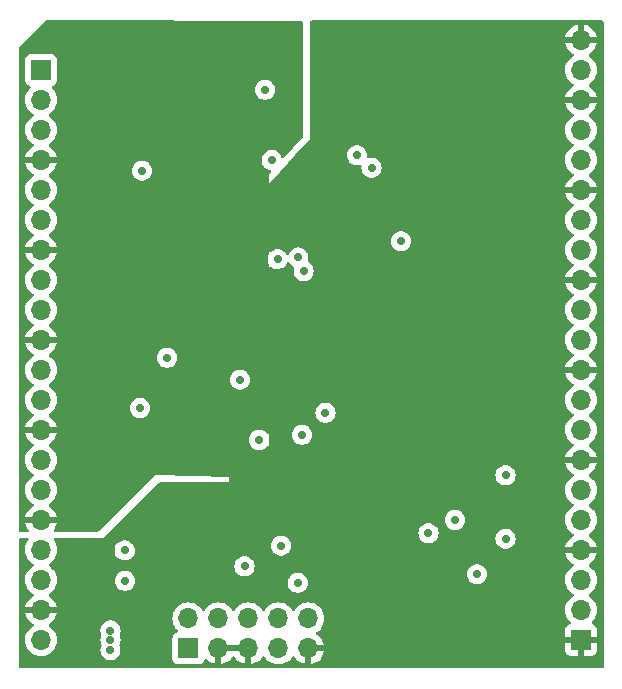
<source format=gbr>
%TF.GenerationSoftware,KiCad,Pcbnew,7.0.8*%
%TF.CreationDate,2024-01-04T13:35:50+01:00*%
%TF.ProjectId,OSSI_CM1,4f535349-5f43-44d3-912e-6b696361645f,rev?*%
%TF.SameCoordinates,Original*%
%TF.FileFunction,Copper,L2,Inr*%
%TF.FilePolarity,Positive*%
%FSLAX46Y46*%
G04 Gerber Fmt 4.6, Leading zero omitted, Abs format (unit mm)*
G04 Created by KiCad (PCBNEW 7.0.8) date 2024-01-04 13:35:50*
%MOMM*%
%LPD*%
G01*
G04 APERTURE LIST*
%TA.AperFunction,ComponentPad*%
%ADD10R,1.700000X1.700000*%
%TD*%
%TA.AperFunction,ComponentPad*%
%ADD11O,1.700000X1.700000*%
%TD*%
%TA.AperFunction,ViaPad*%
%ADD12C,0.700000*%
%TD*%
G04 APERTURE END LIST*
D10*
%TO.N,+3V3*%
%TO.C,X101*%
X131850000Y-126454000D03*
D11*
%TO.N,/JTAG_TMS{slash}SWD_DIO{slash}PTA3*%
X131850000Y-123914000D03*
%TO.N,GND*%
X134390000Y-126454000D03*
%TO.N,/JTAG_CLK{slash}SWD_CLK{slash}PTA0*%
X134390000Y-123914000D03*
%TO.N,GND*%
X136930000Y-126454000D03*
%TO.N,/JTAG_TDO{slash}TRACE_SWO{slash}PTA2*%
X136930000Y-123914000D03*
%TO.N,unconnected-(X101-Pad7)*%
X139470000Y-126454000D03*
%TO.N,Net-(U102B-JTAG_TDI{slash}PTA1)*%
X139470000Y-123914000D03*
%TO.N,GND*%
X142010000Y-126454000D03*
%TO.N,/~{RESET}*%
X142010000Y-123914000D03*
%TD*%
D10*
%TO.N,+3V3_ANA*%
%TO.C,X201*%
X119380000Y-77470000D03*
D11*
%TO.N,1V25_REF*%
X119380000Y-80010000D03*
%TO.N,2V50_REF*%
X119380000Y-82550000D03*
%TO.N,AGND*%
X119380000Y-85090000D03*
%TO.N,AC_Grid_Voltage*%
X119380000Y-87630000D03*
%TO.N,Relay_Ctrl_Voltage*%
X119380000Y-90170000D03*
%TO.N,AGND*%
X119380000Y-92710000D03*
%TO.N,DC_Link_Voltage*%
X119380000Y-95250000D03*
%TO.N,AC_Current*%
X119380000Y-97790000D03*
%TO.N,AGND*%
X119380000Y-100330000D03*
%TO.N,AC_Relay_Voltage*%
X119380000Y-102870000D03*
%TO.N,DC_Input_Voltage*%
X119380000Y-105410000D03*
%TO.N,AGND*%
X119380000Y-107950000D03*
%TO.N,DC_Current*%
X119380000Y-110490000D03*
%TO.N,AC_Inverter_Voltage*%
X119380000Y-113030000D03*
%TO.N,AGND*%
X119380000Y-115570000D03*
%TO.N,LED_Red_Ctrl*%
X119380000Y-118110000D03*
%TO.N,LED_Green_Ctrl*%
X119380000Y-120650000D03*
%TO.N,GND*%
X119380000Y-123190000D03*
%TO.N,+3V3*%
X119380000Y-125730000D03*
%TD*%
D10*
%TO.N,GND*%
%TO.C,X202*%
X165100000Y-125730000D03*
D11*
%TO.N,UART_RX*%
X165100000Y-123190000D03*
%TO.N,UART_TX*%
X165100000Y-120650000D03*
%TO.N,GND*%
X165100000Y-118110000D03*
%TO.N,I2C_Dat*%
X165100000Y-115570000D03*
%TO.N,I2C_Clk*%
X165100000Y-113030000D03*
%TO.N,GND*%
X165100000Y-110490000D03*
%TO.N,HISIDE_PWM_\u00B5C*%
X165100000Y-107950000D03*
%TO.N,Boost_T1*%
X165100000Y-105410000D03*
%TO.N,GND*%
X165100000Y-102870000D03*
%TO.N,Relay_Voltage_Ctrl*%
X165100000Y-100330000D03*
%TO.N,Bridge_T1*%
X165100000Y-97790000D03*
%TO.N,GND*%
X165100000Y-95250000D03*
%TO.N,Bridge_T2*%
X165100000Y-92710000D03*
%TO.N,Bridge_T3*%
X165100000Y-90170000D03*
%TO.N,GND*%
X165100000Y-87630000D03*
%TO.N,Bridge_T4*%
X165100000Y-85090000D03*
%TO.N,Inv_Relay_Ctrl*%
X165100000Y-82550000D03*
%TO.N,GND*%
X165100000Y-80010000D03*
%TO.N,Grid_Relay_Ctrl*%
X165100000Y-77470000D03*
%TO.N,GND*%
X165100000Y-74930000D03*
%TD*%
D12*
%TO.N,GND*%
X147801944Y-127027056D03*
X144398000Y-103852000D03*
X145150000Y-106504000D03*
X133100000Y-117797400D03*
X149350000Y-104204000D03*
X154800000Y-108204000D03*
X154850000Y-74204000D03*
X139450000Y-98504000D03*
X133500000Y-115297400D03*
X153350000Y-121529000D03*
X145375000Y-118475000D03*
X123400000Y-122304000D03*
X157900000Y-125754000D03*
X150900000Y-74254000D03*
X147750000Y-93204000D03*
X139750000Y-94604000D03*
X149912107Y-90291893D03*
%TO.N,AGND*%
X136000000Y-83704000D03*
X133900000Y-86004000D03*
X124850000Y-81404000D03*
X136000000Y-85054000D03*
X135050000Y-74104000D03*
X130000000Y-106904000D03*
X135000000Y-103904000D03*
X133550000Y-88404000D03*
X126550000Y-98254000D03*
X130450000Y-98204000D03*
X124900000Y-76054000D03*
X137750000Y-98504000D03*
X129500000Y-91354000D03*
X133849500Y-101954000D03*
X132936800Y-108804000D03*
X130050000Y-103554000D03*
X140050000Y-79154000D03*
X127850000Y-81804000D03*
X128600000Y-104954000D03*
X129800000Y-75054000D03*
%TO.N,+3V3*%
X136600000Y-119510600D03*
X125249000Y-125730000D03*
X141100000Y-120900000D03*
X125249000Y-124938710D03*
X125241251Y-126582128D03*
X156300000Y-120179000D03*
X141450000Y-108363361D03*
X158700000Y-117154000D03*
X149862107Y-91991893D03*
X143450000Y-106504000D03*
X139400000Y-93504000D03*
X158700000Y-111804000D03*
%TO.N,2V50_REF*%
X127900000Y-86004000D03*
X127750000Y-106104000D03*
%TO.N,/JTAG_TMS{slash}SWD_DIO{slash}PTA3*%
X139700000Y-117754000D03*
%TO.N,I2C_Clk*%
X154425000Y-115579000D03*
X147350000Y-85754000D03*
%TO.N,I2C_Dat*%
X152168629Y-116704000D03*
X146100000Y-84704000D03*
%TO.N,Net-(U102A-PTC8)*%
X141600000Y-94504000D03*
X126447000Y-118157000D03*
%TO.N,Net-(U102A-PTC9)*%
X126477000Y-120727000D03*
X141150000Y-93354000D03*
%TO.N,Net-(U102C-VREF_OUT)*%
X136200000Y-103704000D03*
X138900000Y-85104000D03*
%TO.N,+3V3_ANA*%
X138350000Y-79154000D03*
X137836800Y-108804000D03*
X130050000Y-101854000D03*
%TD*%
%TA.AperFunction,Conductor*%
%TO.N,AGND*%
G36*
X141426456Y-73365546D02*
G01*
X141493422Y-73385476D01*
X141538983Y-73438448D01*
X141550000Y-73489545D01*
X141550000Y-83105661D01*
X141530315Y-83172700D01*
X141517285Y-83189584D01*
X139928238Y-84918020D01*
X139868374Y-84954050D01*
X139798535Y-84951995D01*
X139740893Y-84912509D01*
X139719022Y-84872415D01*
X139681252Y-84756170D01*
X139681249Y-84756164D01*
X139591859Y-84601335D01*
X139545003Y-84549296D01*
X139472235Y-84468478D01*
X139472232Y-84468476D01*
X139472231Y-84468475D01*
X139472230Y-84468474D01*
X139327593Y-84363388D01*
X139164267Y-84290671D01*
X139164265Y-84290670D01*
X139036594Y-84263533D01*
X138989391Y-84253500D01*
X138810609Y-84253500D01*
X138779954Y-84260015D01*
X138635733Y-84290670D01*
X138635728Y-84290672D01*
X138472408Y-84363387D01*
X138327768Y-84468475D01*
X138208140Y-84601336D01*
X138118750Y-84756164D01*
X138118747Y-84756170D01*
X138063504Y-84926192D01*
X138063503Y-84926194D01*
X138044815Y-85104000D01*
X138063503Y-85281805D01*
X138063504Y-85281807D01*
X138118747Y-85451829D01*
X138118750Y-85451835D01*
X138208141Y-85606665D01*
X138249812Y-85652946D01*
X138327764Y-85739521D01*
X138327767Y-85739523D01*
X138327770Y-85739526D01*
X138472407Y-85844612D01*
X138635733Y-85917329D01*
X138635735Y-85917329D01*
X138635736Y-85917330D01*
X138696312Y-85930205D01*
X138735797Y-85938598D01*
X138797279Y-85971790D01*
X138831056Y-86032953D01*
X138826404Y-86102667D01*
X138801302Y-86143811D01*
X138700000Y-86253999D01*
X138700000Y-92982209D01*
X138683387Y-93044209D01*
X138618750Y-93156163D01*
X138563504Y-93326192D01*
X138563503Y-93326194D01*
X138544815Y-93504000D01*
X138563503Y-93681805D01*
X138563504Y-93681807D01*
X138618747Y-93851829D01*
X138618750Y-93851835D01*
X138679578Y-93957193D01*
X138683387Y-93963789D01*
X138700000Y-94025789D01*
X138700000Y-100254000D01*
X138732717Y-108204425D01*
X138713308Y-108271545D01*
X138660693Y-108317516D01*
X138591576Y-108327744D01*
X138527902Y-108298981D01*
X138516568Y-108287907D01*
X138409035Y-108168478D01*
X138409032Y-108168476D01*
X138409031Y-108168475D01*
X138409030Y-108168474D01*
X138264393Y-108063388D01*
X138101067Y-107990671D01*
X138101065Y-107990670D01*
X137973394Y-107963533D01*
X137926191Y-107953500D01*
X137747409Y-107953500D01*
X137716754Y-107960015D01*
X137572533Y-107990670D01*
X137572528Y-107990672D01*
X137409208Y-108063387D01*
X137264568Y-108168475D01*
X137144940Y-108301336D01*
X137055550Y-108456164D01*
X137055547Y-108456170D01*
X137000304Y-108626192D01*
X137000303Y-108626194D01*
X136981615Y-108804000D01*
X137000303Y-108981805D01*
X137000304Y-108981807D01*
X137055547Y-109151829D01*
X137055550Y-109151835D01*
X137144941Y-109306665D01*
X137158091Y-109321269D01*
X137264564Y-109439521D01*
X137264567Y-109439523D01*
X137264570Y-109439526D01*
X137409207Y-109544612D01*
X137572533Y-109617329D01*
X137747409Y-109654500D01*
X137747410Y-109654500D01*
X137926189Y-109654500D01*
X137926191Y-109654500D01*
X138101067Y-109617329D01*
X138264393Y-109544612D01*
X138409030Y-109439526D01*
X138521478Y-109314639D01*
X138580962Y-109277993D01*
X138650819Y-109279322D01*
X138708867Y-109318208D01*
X138736677Y-109382305D01*
X138737625Y-109397103D01*
X138744913Y-111167830D01*
X138748302Y-111991506D01*
X138749488Y-112279490D01*
X138730079Y-112346610D01*
X138677464Y-112392581D01*
X138625489Y-112404000D01*
X135424000Y-112404000D01*
X135356961Y-112384315D01*
X135311206Y-112331511D01*
X135300000Y-112280000D01*
X135300000Y-111903999D01*
X129148424Y-111805574D01*
X129050000Y-111804000D01*
X129049999Y-111804000D01*
X124285873Y-116518500D01*
X124224375Y-116551664D01*
X124199533Y-116554358D01*
X120559765Y-116580215D01*
X120492587Y-116561007D01*
X120446458Y-116508529D01*
X120436024Y-116439443D01*
X120457310Y-116385094D01*
X120553595Y-116247585D01*
X120553599Y-116247579D01*
X120653429Y-116033492D01*
X120653432Y-116033486D01*
X120710636Y-115820000D01*
X119813686Y-115820000D01*
X119839493Y-115779844D01*
X119880000Y-115641889D01*
X119880000Y-115498111D01*
X119839493Y-115360156D01*
X119813686Y-115320000D01*
X120710636Y-115320000D01*
X120710635Y-115319999D01*
X120653432Y-115106513D01*
X120653429Y-115106507D01*
X120553600Y-114892422D01*
X120553599Y-114892420D01*
X120418113Y-114698926D01*
X120418108Y-114698920D01*
X120251078Y-114531890D01*
X120065405Y-114401879D01*
X120021780Y-114347302D01*
X120014588Y-114277804D01*
X120046110Y-114215449D01*
X120065406Y-114198730D01*
X120251401Y-114068495D01*
X120418495Y-113901401D01*
X120554035Y-113707830D01*
X120653903Y-113493663D01*
X120715063Y-113265408D01*
X120735659Y-113030000D01*
X120715063Y-112794592D01*
X120653903Y-112566337D01*
X120554035Y-112352171D01*
X120550142Y-112346610D01*
X120418494Y-112158597D01*
X120251402Y-111991506D01*
X120251396Y-111991501D01*
X120065842Y-111861575D01*
X120022217Y-111806998D01*
X120015023Y-111737500D01*
X120046546Y-111675145D01*
X120065842Y-111658425D01*
X120088026Y-111642891D01*
X120251401Y-111528495D01*
X120418495Y-111361401D01*
X120554035Y-111167830D01*
X120653903Y-110953663D01*
X120715063Y-110725408D01*
X120735659Y-110490000D01*
X120715063Y-110254592D01*
X120653903Y-110026337D01*
X120554035Y-109812171D01*
X120418495Y-109618599D01*
X120418494Y-109618597D01*
X120251402Y-109451506D01*
X120251401Y-109451505D01*
X120065405Y-109321269D01*
X120021781Y-109266692D01*
X120014588Y-109197193D01*
X120046110Y-109134839D01*
X120065405Y-109118119D01*
X120251082Y-108988105D01*
X120418105Y-108821082D01*
X120553600Y-108627578D01*
X120653429Y-108413492D01*
X120653432Y-108413486D01*
X120710636Y-108200000D01*
X119813686Y-108200000D01*
X119839493Y-108159844D01*
X119880000Y-108021889D01*
X119880000Y-107878111D01*
X119839493Y-107740156D01*
X119813686Y-107700000D01*
X120710636Y-107700000D01*
X120710635Y-107699999D01*
X120653432Y-107486513D01*
X120653429Y-107486507D01*
X120553600Y-107272422D01*
X120553599Y-107272420D01*
X120418113Y-107078926D01*
X120418108Y-107078920D01*
X120251078Y-106911890D01*
X120065405Y-106781879D01*
X120021780Y-106727302D01*
X120014588Y-106657804D01*
X120046110Y-106595449D01*
X120065406Y-106578730D01*
X120251401Y-106448495D01*
X120418495Y-106281401D01*
X120542713Y-106104000D01*
X126894815Y-106104000D01*
X126913503Y-106281805D01*
X126913504Y-106281807D01*
X126968747Y-106451829D01*
X126968750Y-106451835D01*
X127058141Y-106606665D01*
X127082130Y-106633307D01*
X127177764Y-106739521D01*
X127177767Y-106739523D01*
X127177770Y-106739526D01*
X127322407Y-106844612D01*
X127485733Y-106917329D01*
X127660609Y-106954500D01*
X127660610Y-106954500D01*
X127839389Y-106954500D01*
X127839391Y-106954500D01*
X128014267Y-106917329D01*
X128177593Y-106844612D01*
X128322230Y-106739526D01*
X128441859Y-106606665D01*
X128531250Y-106451835D01*
X128586497Y-106281803D01*
X128605185Y-106104000D01*
X128586497Y-105926197D01*
X128531250Y-105756165D01*
X128441859Y-105601335D01*
X128395003Y-105549296D01*
X128322235Y-105468478D01*
X128322232Y-105468476D01*
X128322231Y-105468475D01*
X128322230Y-105468474D01*
X128177593Y-105363388D01*
X128014267Y-105290671D01*
X128014265Y-105290670D01*
X127886594Y-105263533D01*
X127839391Y-105253500D01*
X127660609Y-105253500D01*
X127629954Y-105260015D01*
X127485733Y-105290670D01*
X127485728Y-105290672D01*
X127322408Y-105363387D01*
X127177768Y-105468475D01*
X127058140Y-105601336D01*
X126968750Y-105756164D01*
X126968747Y-105756170D01*
X126913504Y-105926192D01*
X126913503Y-105926194D01*
X126894815Y-106104000D01*
X120542713Y-106104000D01*
X120554035Y-106087830D01*
X120653903Y-105873663D01*
X120715063Y-105645408D01*
X120735659Y-105410000D01*
X120715063Y-105174592D01*
X120653903Y-104946337D01*
X120554035Y-104732171D01*
X120418495Y-104538599D01*
X120418494Y-104538597D01*
X120251402Y-104371506D01*
X120251396Y-104371501D01*
X120065842Y-104241575D01*
X120022217Y-104186998D01*
X120015023Y-104117500D01*
X120046546Y-104055145D01*
X120065842Y-104038425D01*
X120088026Y-104022891D01*
X120251401Y-103908495D01*
X120418495Y-103741401D01*
X120444683Y-103704000D01*
X135344815Y-103704000D01*
X135363503Y-103881805D01*
X135363504Y-103881807D01*
X135418747Y-104051829D01*
X135418750Y-104051835D01*
X135508141Y-104206665D01*
X135534523Y-104235965D01*
X135627764Y-104339521D01*
X135627767Y-104339523D01*
X135627770Y-104339526D01*
X135772407Y-104444612D01*
X135935733Y-104517329D01*
X136110609Y-104554500D01*
X136110610Y-104554500D01*
X136289389Y-104554500D01*
X136289391Y-104554500D01*
X136464267Y-104517329D01*
X136627593Y-104444612D01*
X136772230Y-104339526D01*
X136891859Y-104206665D01*
X136981250Y-104051835D01*
X137036497Y-103881803D01*
X137055185Y-103704000D01*
X137036497Y-103526197D01*
X136981250Y-103356165D01*
X136891859Y-103201335D01*
X136845003Y-103149296D01*
X136772235Y-103068478D01*
X136772232Y-103068476D01*
X136772231Y-103068475D01*
X136772230Y-103068474D01*
X136627593Y-102963388D01*
X136464267Y-102890671D01*
X136464265Y-102890670D01*
X136336594Y-102863533D01*
X136289391Y-102853500D01*
X136110609Y-102853500D01*
X136079954Y-102860015D01*
X135935733Y-102890670D01*
X135935728Y-102890672D01*
X135772408Y-102963387D01*
X135627768Y-103068475D01*
X135508140Y-103201336D01*
X135418750Y-103356164D01*
X135418747Y-103356170D01*
X135363504Y-103526192D01*
X135363503Y-103526194D01*
X135344815Y-103704000D01*
X120444683Y-103704000D01*
X120554035Y-103547830D01*
X120653903Y-103333663D01*
X120715063Y-103105408D01*
X120735659Y-102870000D01*
X120715063Y-102634592D01*
X120653903Y-102406337D01*
X120554035Y-102192171D01*
X120441748Y-102031807D01*
X120418494Y-101998597D01*
X120273896Y-101854000D01*
X129194815Y-101854000D01*
X129213503Y-102031805D01*
X129213504Y-102031807D01*
X129268747Y-102201829D01*
X129268750Y-102201835D01*
X129358141Y-102356665D01*
X129399812Y-102402946D01*
X129477764Y-102489521D01*
X129477767Y-102489523D01*
X129477770Y-102489526D01*
X129622407Y-102594612D01*
X129785733Y-102667329D01*
X129960609Y-102704500D01*
X129960610Y-102704500D01*
X130139389Y-102704500D01*
X130139391Y-102704500D01*
X130314267Y-102667329D01*
X130477593Y-102594612D01*
X130622230Y-102489526D01*
X130741859Y-102356665D01*
X130831250Y-102201835D01*
X130886497Y-102031803D01*
X130905185Y-101854000D01*
X130886497Y-101676197D01*
X130840599Y-101534937D01*
X130831252Y-101506170D01*
X130831249Y-101506164D01*
X130741859Y-101351335D01*
X130695003Y-101299296D01*
X130622235Y-101218478D01*
X130622232Y-101218476D01*
X130622231Y-101218475D01*
X130622230Y-101218474D01*
X130477593Y-101113388D01*
X130314267Y-101040671D01*
X130314265Y-101040670D01*
X130186594Y-101013533D01*
X130139391Y-101003500D01*
X129960609Y-101003500D01*
X129929954Y-101010015D01*
X129785733Y-101040670D01*
X129785728Y-101040672D01*
X129622408Y-101113387D01*
X129477768Y-101218475D01*
X129358140Y-101351336D01*
X129268750Y-101506164D01*
X129268747Y-101506170D01*
X129213504Y-101676192D01*
X129213503Y-101676194D01*
X129194815Y-101854000D01*
X120273896Y-101854000D01*
X120251402Y-101831506D01*
X120251401Y-101831505D01*
X120065405Y-101701269D01*
X120021781Y-101646692D01*
X120014588Y-101577193D01*
X120046110Y-101514839D01*
X120065405Y-101498119D01*
X120251082Y-101368105D01*
X120418105Y-101201082D01*
X120553600Y-101007578D01*
X120653429Y-100793492D01*
X120653432Y-100793486D01*
X120710636Y-100580000D01*
X119813686Y-100580000D01*
X119839493Y-100539844D01*
X119880000Y-100401889D01*
X119880000Y-100258111D01*
X119839493Y-100120156D01*
X119813686Y-100080000D01*
X120710636Y-100080000D01*
X120710635Y-100079999D01*
X120653432Y-99866513D01*
X120653429Y-99866507D01*
X120553600Y-99652422D01*
X120553599Y-99652420D01*
X120418113Y-99458926D01*
X120418108Y-99458920D01*
X120251078Y-99291890D01*
X120065405Y-99161879D01*
X120021780Y-99107302D01*
X120014588Y-99037804D01*
X120046110Y-98975449D01*
X120065406Y-98958730D01*
X120164068Y-98889646D01*
X120251401Y-98828495D01*
X120418495Y-98661401D01*
X120554035Y-98467830D01*
X120653903Y-98253663D01*
X120715063Y-98025408D01*
X120735659Y-97790000D01*
X120715063Y-97554592D01*
X120653903Y-97326337D01*
X120554035Y-97112171D01*
X120418495Y-96918599D01*
X120418494Y-96918597D01*
X120251402Y-96751506D01*
X120251396Y-96751501D01*
X120065842Y-96621575D01*
X120022217Y-96566998D01*
X120015023Y-96497500D01*
X120046546Y-96435145D01*
X120065842Y-96418425D01*
X120088026Y-96402891D01*
X120251401Y-96288495D01*
X120418495Y-96121401D01*
X120554035Y-95927830D01*
X120653903Y-95713663D01*
X120715063Y-95485408D01*
X120735659Y-95250000D01*
X120715063Y-95014592D01*
X120653903Y-94786337D01*
X120554035Y-94572171D01*
X120506302Y-94504000D01*
X120418494Y-94378597D01*
X120251402Y-94211506D01*
X120251401Y-94211505D01*
X120065405Y-94081269D01*
X120021781Y-94026692D01*
X120014588Y-93957193D01*
X120046110Y-93894839D01*
X120065405Y-93878119D01*
X120251082Y-93748105D01*
X120418105Y-93581082D01*
X120553600Y-93387578D01*
X120653429Y-93173492D01*
X120653432Y-93173486D01*
X120710636Y-92960000D01*
X119813686Y-92960000D01*
X119839493Y-92919844D01*
X119880000Y-92781889D01*
X119880000Y-92638111D01*
X119839493Y-92500156D01*
X119813686Y-92460000D01*
X120710636Y-92460000D01*
X120710635Y-92459999D01*
X120653432Y-92246513D01*
X120653429Y-92246507D01*
X120553600Y-92032422D01*
X120553599Y-92032420D01*
X120418113Y-91838926D01*
X120418108Y-91838920D01*
X120251078Y-91671890D01*
X120065405Y-91541879D01*
X120021780Y-91487302D01*
X120014588Y-91417804D01*
X120046110Y-91355449D01*
X120065406Y-91338730D01*
X120251401Y-91208495D01*
X120418495Y-91041401D01*
X120554035Y-90847830D01*
X120653903Y-90633663D01*
X120715063Y-90405408D01*
X120735659Y-90170000D01*
X120715063Y-89934592D01*
X120653903Y-89706337D01*
X120554035Y-89492171D01*
X120418495Y-89298599D01*
X120418494Y-89298597D01*
X120251402Y-89131506D01*
X120251396Y-89131501D01*
X120065842Y-89001575D01*
X120022217Y-88946998D01*
X120015023Y-88877500D01*
X120046546Y-88815145D01*
X120065842Y-88798425D01*
X120088026Y-88782891D01*
X120251401Y-88668495D01*
X120418495Y-88501401D01*
X120554035Y-88307830D01*
X120653903Y-88093663D01*
X120715063Y-87865408D01*
X120735659Y-87630000D01*
X120715063Y-87394592D01*
X120653903Y-87166337D01*
X120554035Y-86952171D01*
X120485646Y-86854500D01*
X120418494Y-86758597D01*
X120251402Y-86591506D01*
X120251401Y-86591505D01*
X120065405Y-86461269D01*
X120021781Y-86406692D01*
X120014588Y-86337193D01*
X120046110Y-86274839D01*
X120065405Y-86258119D01*
X120251082Y-86128105D01*
X120375187Y-86004000D01*
X127044815Y-86004000D01*
X127063503Y-86181805D01*
X127063504Y-86181807D01*
X127118747Y-86351829D01*
X127118750Y-86351835D01*
X127208141Y-86506665D01*
X127249812Y-86552946D01*
X127327764Y-86639521D01*
X127327767Y-86639523D01*
X127327770Y-86639526D01*
X127472407Y-86744612D01*
X127635733Y-86817329D01*
X127810609Y-86854500D01*
X127810610Y-86854500D01*
X127989389Y-86854500D01*
X127989391Y-86854500D01*
X128164267Y-86817329D01*
X128327593Y-86744612D01*
X128472230Y-86639526D01*
X128591859Y-86506665D01*
X128681250Y-86351835D01*
X128736497Y-86181803D01*
X128755185Y-86004000D01*
X128736497Y-85826197D01*
X128681250Y-85656165D01*
X128591859Y-85501335D01*
X128519343Y-85420798D01*
X128472235Y-85368478D01*
X128472232Y-85368476D01*
X128472231Y-85368475D01*
X128472230Y-85368474D01*
X128327593Y-85263388D01*
X128164267Y-85190671D01*
X128164265Y-85190670D01*
X128028858Y-85161889D01*
X127989391Y-85153500D01*
X127810609Y-85153500D01*
X127779954Y-85160015D01*
X127635733Y-85190670D01*
X127635728Y-85190672D01*
X127472408Y-85263387D01*
X127327768Y-85368475D01*
X127208140Y-85501336D01*
X127118750Y-85656164D01*
X127118747Y-85656170D01*
X127063504Y-85826192D01*
X127063503Y-85826194D01*
X127044815Y-86004000D01*
X120375187Y-86004000D01*
X120418105Y-85961082D01*
X120553600Y-85767578D01*
X120653429Y-85553492D01*
X120653432Y-85553486D01*
X120710636Y-85340000D01*
X119813686Y-85340000D01*
X119839493Y-85299844D01*
X119880000Y-85161889D01*
X119880000Y-85018111D01*
X119839493Y-84880156D01*
X119813686Y-84840000D01*
X120710636Y-84840000D01*
X120710635Y-84839999D01*
X120653432Y-84626513D01*
X120653429Y-84626507D01*
X120553600Y-84412422D01*
X120553599Y-84412420D01*
X120418113Y-84218926D01*
X120418108Y-84218920D01*
X120251078Y-84051890D01*
X120065405Y-83921879D01*
X120021780Y-83867302D01*
X120014588Y-83797804D01*
X120046110Y-83735449D01*
X120065406Y-83718730D01*
X120251401Y-83588495D01*
X120418495Y-83421401D01*
X120554035Y-83227830D01*
X120653903Y-83013663D01*
X120715063Y-82785408D01*
X120735659Y-82550000D01*
X120715063Y-82314592D01*
X120653903Y-82086337D01*
X120554035Y-81872171D01*
X120418495Y-81678599D01*
X120418494Y-81678597D01*
X120251402Y-81511506D01*
X120251396Y-81511501D01*
X120065842Y-81381575D01*
X120022217Y-81326998D01*
X120015023Y-81257500D01*
X120046546Y-81195145D01*
X120065842Y-81178425D01*
X120088026Y-81162891D01*
X120251401Y-81048495D01*
X120418495Y-80881401D01*
X120554035Y-80687830D01*
X120653903Y-80473663D01*
X120715063Y-80245408D01*
X120735659Y-80010000D01*
X120715063Y-79774592D01*
X120653903Y-79546337D01*
X120554035Y-79332171D01*
X120553780Y-79331807D01*
X120429279Y-79154000D01*
X137494815Y-79154000D01*
X137513503Y-79331805D01*
X137513504Y-79331807D01*
X137568747Y-79501829D01*
X137568750Y-79501835D01*
X137658141Y-79656665D01*
X137699812Y-79702946D01*
X137777764Y-79789521D01*
X137777767Y-79789523D01*
X137777770Y-79789526D01*
X137922407Y-79894612D01*
X138085733Y-79967329D01*
X138260609Y-80004500D01*
X138260610Y-80004500D01*
X138439389Y-80004500D01*
X138439391Y-80004500D01*
X138614267Y-79967329D01*
X138777593Y-79894612D01*
X138922230Y-79789526D01*
X139041859Y-79656665D01*
X139131250Y-79501835D01*
X139186497Y-79331803D01*
X139205185Y-79154000D01*
X139186497Y-78976197D01*
X139135908Y-78820500D01*
X139131252Y-78806170D01*
X139131249Y-78806164D01*
X139041859Y-78651335D01*
X138961723Y-78562335D01*
X138922235Y-78518478D01*
X138922232Y-78518476D01*
X138922231Y-78518475D01*
X138922230Y-78518474D01*
X138777593Y-78413388D01*
X138614267Y-78340671D01*
X138614265Y-78340670D01*
X138486594Y-78313533D01*
X138439391Y-78303500D01*
X138260609Y-78303500D01*
X138229954Y-78310015D01*
X138085733Y-78340670D01*
X138085728Y-78340672D01*
X137922408Y-78413387D01*
X137777768Y-78518475D01*
X137658140Y-78651336D01*
X137568750Y-78806164D01*
X137568747Y-78806170D01*
X137513504Y-78976192D01*
X137513503Y-78976194D01*
X137494815Y-79154000D01*
X120429279Y-79154000D01*
X120418496Y-79138600D01*
X120418495Y-79138599D01*
X120296567Y-79016671D01*
X120263084Y-78955351D01*
X120268068Y-78885659D01*
X120309939Y-78829725D01*
X120340915Y-78812810D01*
X120472331Y-78763796D01*
X120587546Y-78677546D01*
X120673796Y-78562331D01*
X120724091Y-78427483D01*
X120730500Y-78367873D01*
X120730499Y-76572128D01*
X120724091Y-76512517D01*
X120673796Y-76377669D01*
X120673795Y-76377668D01*
X120673793Y-76377664D01*
X120587547Y-76262455D01*
X120587544Y-76262452D01*
X120472335Y-76176206D01*
X120472328Y-76176202D01*
X120337482Y-76125908D01*
X120337483Y-76125908D01*
X120277883Y-76119501D01*
X120277881Y-76119500D01*
X120277873Y-76119500D01*
X120277864Y-76119500D01*
X118482129Y-76119500D01*
X118482123Y-76119501D01*
X118422516Y-76125908D01*
X118287671Y-76176202D01*
X118287664Y-76176206D01*
X118172455Y-76262452D01*
X118172452Y-76262455D01*
X118086206Y-76377664D01*
X118086202Y-76377671D01*
X118035908Y-76512517D01*
X118029501Y-76572116D01*
X118029501Y-76572123D01*
X118029500Y-76572135D01*
X118029500Y-78367870D01*
X118029501Y-78367876D01*
X118035908Y-78427483D01*
X118086202Y-78562328D01*
X118086206Y-78562335D01*
X118172452Y-78677544D01*
X118172455Y-78677547D01*
X118287664Y-78763793D01*
X118287671Y-78763797D01*
X118419081Y-78812810D01*
X118475015Y-78854681D01*
X118499432Y-78920145D01*
X118484580Y-78988418D01*
X118463430Y-79016673D01*
X118341503Y-79138600D01*
X118205965Y-79332169D01*
X118205964Y-79332171D01*
X118106098Y-79546335D01*
X118106094Y-79546344D01*
X118044938Y-79774586D01*
X118044936Y-79774596D01*
X118024341Y-80009999D01*
X118024341Y-80010000D01*
X118044936Y-80245403D01*
X118044938Y-80245413D01*
X118106094Y-80473655D01*
X118106096Y-80473659D01*
X118106097Y-80473663D01*
X118205965Y-80687830D01*
X118205967Y-80687834D01*
X118341501Y-80881395D01*
X118341506Y-80881402D01*
X118508597Y-81048493D01*
X118508603Y-81048498D01*
X118694158Y-81178425D01*
X118737783Y-81233002D01*
X118744977Y-81302500D01*
X118713454Y-81364855D01*
X118694158Y-81381575D01*
X118508597Y-81511505D01*
X118341505Y-81678597D01*
X118205965Y-81872169D01*
X118205964Y-81872171D01*
X118106098Y-82086335D01*
X118106094Y-82086344D01*
X118044938Y-82314586D01*
X118044936Y-82314596D01*
X118024341Y-82549999D01*
X118024341Y-82550000D01*
X118044936Y-82785403D01*
X118044938Y-82785413D01*
X118106094Y-83013655D01*
X118106096Y-83013659D01*
X118106097Y-83013663D01*
X118188131Y-83189584D01*
X118205965Y-83227830D01*
X118205967Y-83227834D01*
X118341501Y-83421395D01*
X118341506Y-83421402D01*
X118508597Y-83588493D01*
X118508603Y-83588498D01*
X118694594Y-83718730D01*
X118738219Y-83773307D01*
X118745413Y-83842805D01*
X118713890Y-83905160D01*
X118694595Y-83921880D01*
X118508922Y-84051890D01*
X118508920Y-84051891D01*
X118341891Y-84218920D01*
X118341886Y-84218926D01*
X118206400Y-84412420D01*
X118206399Y-84412422D01*
X118106570Y-84626507D01*
X118106567Y-84626513D01*
X118049364Y-84839999D01*
X118049364Y-84840000D01*
X118946314Y-84840000D01*
X118920507Y-84880156D01*
X118880000Y-85018111D01*
X118880000Y-85161889D01*
X118920507Y-85299844D01*
X118946314Y-85340000D01*
X118049364Y-85340000D01*
X118106567Y-85553486D01*
X118106570Y-85553492D01*
X118206399Y-85767578D01*
X118341894Y-85961082D01*
X118508917Y-86128105D01*
X118694595Y-86258119D01*
X118738219Y-86312696D01*
X118745412Y-86382195D01*
X118713890Y-86444549D01*
X118694595Y-86461269D01*
X118508594Y-86591508D01*
X118341505Y-86758597D01*
X118205965Y-86952169D01*
X118205964Y-86952171D01*
X118106098Y-87166335D01*
X118106094Y-87166344D01*
X118044938Y-87394586D01*
X118044936Y-87394596D01*
X118024341Y-87629999D01*
X118024341Y-87630000D01*
X118044936Y-87865403D01*
X118044938Y-87865413D01*
X118106094Y-88093655D01*
X118106096Y-88093659D01*
X118106097Y-88093663D01*
X118205965Y-88307830D01*
X118205967Y-88307834D01*
X118341501Y-88501395D01*
X118341506Y-88501402D01*
X118508597Y-88668493D01*
X118508603Y-88668498D01*
X118694158Y-88798425D01*
X118737783Y-88853002D01*
X118744977Y-88922500D01*
X118713454Y-88984855D01*
X118694158Y-89001575D01*
X118508597Y-89131505D01*
X118341505Y-89298597D01*
X118205965Y-89492169D01*
X118205964Y-89492171D01*
X118106098Y-89706335D01*
X118106094Y-89706344D01*
X118044938Y-89934586D01*
X118044936Y-89934596D01*
X118024341Y-90169999D01*
X118024341Y-90170000D01*
X118044936Y-90405403D01*
X118044938Y-90405413D01*
X118106094Y-90633655D01*
X118106096Y-90633659D01*
X118106097Y-90633663D01*
X118205965Y-90847830D01*
X118205967Y-90847834D01*
X118341501Y-91041395D01*
X118341506Y-91041402D01*
X118508597Y-91208493D01*
X118508603Y-91208498D01*
X118694594Y-91338730D01*
X118738219Y-91393307D01*
X118745413Y-91462805D01*
X118713890Y-91525160D01*
X118694595Y-91541880D01*
X118508922Y-91671890D01*
X118508920Y-91671891D01*
X118341891Y-91838920D01*
X118341886Y-91838926D01*
X118206400Y-92032420D01*
X118206399Y-92032422D01*
X118106570Y-92246507D01*
X118106567Y-92246513D01*
X118049364Y-92459999D01*
X118049364Y-92460000D01*
X118946314Y-92460000D01*
X118920507Y-92500156D01*
X118880000Y-92638111D01*
X118880000Y-92781889D01*
X118920507Y-92919844D01*
X118946314Y-92960000D01*
X118049364Y-92960000D01*
X118106567Y-93173486D01*
X118106570Y-93173492D01*
X118206399Y-93387578D01*
X118341894Y-93581082D01*
X118508917Y-93748105D01*
X118694595Y-93878119D01*
X118738219Y-93932696D01*
X118745412Y-94002195D01*
X118713890Y-94064549D01*
X118694595Y-94081269D01*
X118508594Y-94211508D01*
X118341505Y-94378597D01*
X118205965Y-94572169D01*
X118205964Y-94572171D01*
X118106098Y-94786335D01*
X118106094Y-94786344D01*
X118044938Y-95014586D01*
X118044936Y-95014596D01*
X118024341Y-95249999D01*
X118024341Y-95250000D01*
X118044936Y-95485403D01*
X118044938Y-95485413D01*
X118106094Y-95713655D01*
X118106096Y-95713659D01*
X118106097Y-95713663D01*
X118205965Y-95927830D01*
X118205967Y-95927834D01*
X118341501Y-96121395D01*
X118341506Y-96121402D01*
X118508597Y-96288493D01*
X118508603Y-96288498D01*
X118694158Y-96418425D01*
X118737783Y-96473002D01*
X118744977Y-96542500D01*
X118713454Y-96604855D01*
X118694158Y-96621575D01*
X118508597Y-96751505D01*
X118341505Y-96918597D01*
X118205965Y-97112169D01*
X118205964Y-97112171D01*
X118106098Y-97326335D01*
X118106094Y-97326344D01*
X118044938Y-97554586D01*
X118044936Y-97554596D01*
X118024341Y-97789999D01*
X118024341Y-97790000D01*
X118044936Y-98025403D01*
X118044938Y-98025413D01*
X118106094Y-98253655D01*
X118106096Y-98253659D01*
X118106097Y-98253663D01*
X118164401Y-98378696D01*
X118205965Y-98467830D01*
X118205967Y-98467834D01*
X118341501Y-98661395D01*
X118341506Y-98661402D01*
X118508597Y-98828493D01*
X118508603Y-98828498D01*
X118694594Y-98958730D01*
X118738219Y-99013307D01*
X118745413Y-99082805D01*
X118713890Y-99145160D01*
X118694595Y-99161880D01*
X118508922Y-99291890D01*
X118508920Y-99291891D01*
X118341891Y-99458920D01*
X118341886Y-99458926D01*
X118206400Y-99652420D01*
X118206399Y-99652422D01*
X118106570Y-99866507D01*
X118106567Y-99866513D01*
X118049364Y-100079999D01*
X118049364Y-100080000D01*
X118946314Y-100080000D01*
X118920507Y-100120156D01*
X118880000Y-100258111D01*
X118880000Y-100401889D01*
X118920507Y-100539844D01*
X118946314Y-100580000D01*
X118049364Y-100580000D01*
X118106567Y-100793486D01*
X118106570Y-100793492D01*
X118206399Y-101007578D01*
X118341894Y-101201082D01*
X118508917Y-101368105D01*
X118694595Y-101498119D01*
X118738219Y-101552696D01*
X118745412Y-101622195D01*
X118713890Y-101684549D01*
X118694595Y-101701269D01*
X118508594Y-101831508D01*
X118341505Y-101998597D01*
X118205965Y-102192169D01*
X118205964Y-102192171D01*
X118106098Y-102406335D01*
X118106094Y-102406344D01*
X118044938Y-102634586D01*
X118044936Y-102634596D01*
X118024341Y-102869999D01*
X118024341Y-102870000D01*
X118044936Y-103105403D01*
X118044938Y-103105413D01*
X118106094Y-103333655D01*
X118106096Y-103333659D01*
X118106097Y-103333663D01*
X118195875Y-103526192D01*
X118205965Y-103547830D01*
X118205967Y-103547834D01*
X118341501Y-103741395D01*
X118341506Y-103741402D01*
X118508597Y-103908493D01*
X118508603Y-103908498D01*
X118694158Y-104038425D01*
X118737783Y-104093002D01*
X118744977Y-104162500D01*
X118713454Y-104224855D01*
X118694158Y-104241575D01*
X118508597Y-104371505D01*
X118341505Y-104538597D01*
X118205965Y-104732169D01*
X118205964Y-104732171D01*
X118106098Y-104946335D01*
X118106094Y-104946344D01*
X118044938Y-105174586D01*
X118044936Y-105174596D01*
X118024341Y-105409999D01*
X118024341Y-105410000D01*
X118044936Y-105645403D01*
X118044938Y-105645413D01*
X118106094Y-105873655D01*
X118106096Y-105873659D01*
X118106097Y-105873663D01*
X118130592Y-105926192D01*
X118205965Y-106087830D01*
X118205967Y-106087834D01*
X118341501Y-106281395D01*
X118341506Y-106281402D01*
X118508597Y-106448493D01*
X118508603Y-106448498D01*
X118694594Y-106578730D01*
X118738219Y-106633307D01*
X118745413Y-106702805D01*
X118713890Y-106765160D01*
X118694595Y-106781880D01*
X118508922Y-106911890D01*
X118508920Y-106911891D01*
X118341891Y-107078920D01*
X118341886Y-107078926D01*
X118206400Y-107272420D01*
X118206399Y-107272422D01*
X118106570Y-107486507D01*
X118106567Y-107486513D01*
X118049364Y-107699999D01*
X118049364Y-107700000D01*
X118946314Y-107700000D01*
X118920507Y-107740156D01*
X118880000Y-107878111D01*
X118880000Y-108021889D01*
X118920507Y-108159844D01*
X118946314Y-108200000D01*
X118049364Y-108200000D01*
X118106567Y-108413486D01*
X118106570Y-108413492D01*
X118206399Y-108627578D01*
X118341894Y-108821082D01*
X118508917Y-108988105D01*
X118694595Y-109118119D01*
X118738219Y-109172696D01*
X118745412Y-109242195D01*
X118713890Y-109304549D01*
X118694595Y-109321269D01*
X118508594Y-109451508D01*
X118341505Y-109618597D01*
X118205965Y-109812169D01*
X118205964Y-109812171D01*
X118106098Y-110026335D01*
X118106094Y-110026344D01*
X118044938Y-110254586D01*
X118044936Y-110254596D01*
X118024341Y-110489999D01*
X118024341Y-110490000D01*
X118044936Y-110725403D01*
X118044938Y-110725413D01*
X118106094Y-110953655D01*
X118106096Y-110953659D01*
X118106097Y-110953663D01*
X118205965Y-111167830D01*
X118205967Y-111167834D01*
X118341501Y-111361395D01*
X118341506Y-111361402D01*
X118508597Y-111528493D01*
X118508603Y-111528498D01*
X118694158Y-111658425D01*
X118737783Y-111713002D01*
X118744977Y-111782500D01*
X118713454Y-111844855D01*
X118694158Y-111861575D01*
X118508597Y-111991505D01*
X118341505Y-112158597D01*
X118205965Y-112352169D01*
X118205964Y-112352171D01*
X118106098Y-112566335D01*
X118106094Y-112566344D01*
X118044938Y-112794586D01*
X118044936Y-112794596D01*
X118024341Y-113029999D01*
X118024341Y-113030000D01*
X118044936Y-113265403D01*
X118044938Y-113265413D01*
X118106094Y-113493655D01*
X118106096Y-113493659D01*
X118106097Y-113493663D01*
X118205965Y-113707830D01*
X118205967Y-113707834D01*
X118341501Y-113901395D01*
X118341506Y-113901402D01*
X118508597Y-114068493D01*
X118508603Y-114068498D01*
X118694594Y-114198730D01*
X118738219Y-114253307D01*
X118745413Y-114322805D01*
X118713890Y-114385160D01*
X118694595Y-114401880D01*
X118508922Y-114531890D01*
X118508920Y-114531891D01*
X118341891Y-114698920D01*
X118341886Y-114698926D01*
X118206400Y-114892420D01*
X118206399Y-114892422D01*
X118106570Y-115106507D01*
X118106567Y-115106513D01*
X118049364Y-115319999D01*
X118049364Y-115320000D01*
X118946314Y-115320000D01*
X118920507Y-115360156D01*
X118880000Y-115498111D01*
X118880000Y-115641889D01*
X118920507Y-115779844D01*
X118946314Y-115820000D01*
X118049364Y-115820000D01*
X118106567Y-116033486D01*
X118106570Y-116033492D01*
X118206400Y-116247579D01*
X118206404Y-116247585D01*
X118314360Y-116401761D01*
X118336688Y-116467967D01*
X118319678Y-116535734D01*
X118268730Y-116583548D01*
X118213667Y-116596882D01*
X117625381Y-116601061D01*
X117558203Y-116581853D01*
X117512074Y-116529375D01*
X117500500Y-116477064D01*
X117500500Y-75651348D01*
X117520185Y-75584309D01*
X117536550Y-75563935D01*
X119763844Y-73323084D01*
X119825065Y-73289414D01*
X119851791Y-73286500D01*
X119888378Y-73286500D01*
X141426456Y-73365546D01*
G37*
%TD.AperFunction*%
%TD*%
%TA.AperFunction,Conductor*%
%TO.N,GND*%
G36*
X136470507Y-126244156D02*
G01*
X136430000Y-126382111D01*
X136430000Y-126525889D01*
X136470507Y-126663844D01*
X136496314Y-126704000D01*
X134823686Y-126704000D01*
X134849493Y-126663844D01*
X134890000Y-126525889D01*
X134890000Y-126382111D01*
X134849493Y-126244156D01*
X134823686Y-126204000D01*
X136496314Y-126204000D01*
X136470507Y-126244156D01*
G37*
%TD.AperFunction*%
%TA.AperFunction,Conductor*%
G36*
X166942539Y-73306185D02*
G01*
X166988294Y-73358989D01*
X166999500Y-73410500D01*
X166999500Y-128025500D01*
X166979815Y-128092539D01*
X166927011Y-128138294D01*
X166875500Y-128149500D01*
X117624500Y-128149500D01*
X117557461Y-128129815D01*
X117511706Y-128077011D01*
X117500500Y-128025500D01*
X117500500Y-117228000D01*
X117520185Y-117160961D01*
X117572989Y-117115206D01*
X117624500Y-117104000D01*
X118197550Y-117104000D01*
X118264589Y-117123685D01*
X118310344Y-117176489D01*
X118320288Y-117245647D01*
X118299125Y-117299123D01*
X118205965Y-117432169D01*
X118205964Y-117432171D01*
X118106098Y-117646335D01*
X118106094Y-117646344D01*
X118044938Y-117874586D01*
X118044936Y-117874596D01*
X118024341Y-118109999D01*
X118024341Y-118110000D01*
X118044936Y-118345403D01*
X118044938Y-118345413D01*
X118106094Y-118573655D01*
X118106096Y-118573659D01*
X118106097Y-118573663D01*
X118163736Y-118697270D01*
X118205965Y-118787830D01*
X118205967Y-118787834D01*
X118341501Y-118981395D01*
X118341506Y-118981402D01*
X118508597Y-119148493D01*
X118508603Y-119148498D01*
X118694158Y-119278425D01*
X118737783Y-119333002D01*
X118744977Y-119402500D01*
X118713454Y-119464855D01*
X118694158Y-119481575D01*
X118508597Y-119611505D01*
X118341505Y-119778597D01*
X118205965Y-119972169D01*
X118205964Y-119972171D01*
X118106098Y-120186335D01*
X118106094Y-120186344D01*
X118044938Y-120414586D01*
X118044936Y-120414596D01*
X118024341Y-120649999D01*
X118024341Y-120650000D01*
X118044936Y-120885403D01*
X118044938Y-120885413D01*
X118106094Y-121113655D01*
X118106096Y-121113659D01*
X118106097Y-121113663D01*
X118160189Y-121229663D01*
X118205965Y-121327830D01*
X118205967Y-121327834D01*
X118341501Y-121521395D01*
X118341506Y-121521402D01*
X118508597Y-121688493D01*
X118508603Y-121688498D01*
X118694594Y-121818730D01*
X118738219Y-121873307D01*
X118745413Y-121942805D01*
X118713890Y-122005160D01*
X118694595Y-122021880D01*
X118508922Y-122151890D01*
X118508920Y-122151891D01*
X118341891Y-122318920D01*
X118341886Y-122318926D01*
X118206400Y-122512420D01*
X118206399Y-122512422D01*
X118106570Y-122726507D01*
X118106567Y-122726513D01*
X118049364Y-122939999D01*
X118049364Y-122940000D01*
X118946314Y-122940000D01*
X118920507Y-122980156D01*
X118880000Y-123118111D01*
X118880000Y-123261889D01*
X118920507Y-123399844D01*
X118946314Y-123440000D01*
X118049364Y-123440000D01*
X118106567Y-123653486D01*
X118106570Y-123653492D01*
X118206399Y-123867578D01*
X118341894Y-124061082D01*
X118508917Y-124228105D01*
X118694595Y-124358119D01*
X118738219Y-124412696D01*
X118745412Y-124482195D01*
X118713890Y-124544549D01*
X118694595Y-124561269D01*
X118508594Y-124691508D01*
X118341505Y-124858597D01*
X118205965Y-125052169D01*
X118205964Y-125052171D01*
X118106098Y-125266335D01*
X118106094Y-125266344D01*
X118044938Y-125494586D01*
X118044936Y-125494596D01*
X118024341Y-125729999D01*
X118024341Y-125730000D01*
X118044936Y-125965403D01*
X118044938Y-125965413D01*
X118106094Y-126193655D01*
X118106096Y-126193659D01*
X118106097Y-126193663D01*
X118137479Y-126260961D01*
X118205965Y-126407830D01*
X118205967Y-126407834D01*
X118288631Y-126525889D01*
X118341505Y-126601401D01*
X118508599Y-126768495D01*
X118585135Y-126822086D01*
X118702165Y-126904032D01*
X118702167Y-126904033D01*
X118702170Y-126904035D01*
X118916337Y-127003903D01*
X119144592Y-127065063D01*
X119315319Y-127080000D01*
X119379999Y-127085659D01*
X119380000Y-127085659D01*
X119380001Y-127085659D01*
X119444681Y-127080000D01*
X119615408Y-127065063D01*
X119843663Y-127003903D01*
X120057830Y-126904035D01*
X120251401Y-126768495D01*
X120418495Y-126601401D01*
X120431990Y-126582128D01*
X124386066Y-126582128D01*
X124404754Y-126759933D01*
X124404755Y-126759935D01*
X124459998Y-126929957D01*
X124460001Y-126929963D01*
X124549392Y-127084793D01*
X124559286Y-127095781D01*
X124669015Y-127217649D01*
X124669018Y-127217651D01*
X124669021Y-127217654D01*
X124813658Y-127322740D01*
X124976984Y-127395457D01*
X125151860Y-127432628D01*
X125151861Y-127432628D01*
X125330640Y-127432628D01*
X125330642Y-127432628D01*
X125505518Y-127395457D01*
X125668844Y-127322740D01*
X125813481Y-127217654D01*
X125933110Y-127084793D01*
X126022501Y-126929963D01*
X126077748Y-126759931D01*
X126096436Y-126582128D01*
X126077748Y-126404325D01*
X126048132Y-126313178D01*
X126022501Y-126234292D01*
X126017008Y-126224779D01*
X126000532Y-126156879D01*
X126017004Y-126100776D01*
X126030250Y-126077835D01*
X126085497Y-125907803D01*
X126104185Y-125730000D01*
X126085497Y-125552197D01*
X126030250Y-125382165D01*
X126028242Y-125375984D01*
X126030159Y-125375360D01*
X126022130Y-125315567D01*
X126028784Y-125292902D01*
X126028242Y-125292726D01*
X126070781Y-125161804D01*
X126085497Y-125116513D01*
X126104185Y-124938710D01*
X126085497Y-124760907D01*
X126045534Y-124637913D01*
X126030252Y-124590880D01*
X126030249Y-124590874D01*
X125940859Y-124436045D01*
X125888292Y-124377664D01*
X125821235Y-124303188D01*
X125821232Y-124303186D01*
X125821231Y-124303185D01*
X125821230Y-124303184D01*
X125676593Y-124198098D01*
X125513267Y-124125381D01*
X125513265Y-124125380D01*
X125385594Y-124098243D01*
X125338391Y-124088210D01*
X125159609Y-124088210D01*
X125128954Y-124094725D01*
X124984733Y-124125380D01*
X124984728Y-124125382D01*
X124821408Y-124198097D01*
X124676768Y-124303185D01*
X124557140Y-124436046D01*
X124467750Y-124590874D01*
X124467747Y-124590880D01*
X124412504Y-124760902D01*
X124412503Y-124760904D01*
X124393815Y-124938710D01*
X124412503Y-125116515D01*
X124412504Y-125116517D01*
X124469758Y-125292726D01*
X124467846Y-125293347D01*
X124475865Y-125353174D01*
X124469218Y-125375808D01*
X124469758Y-125375984D01*
X124412504Y-125552192D01*
X124412503Y-125552194D01*
X124393815Y-125730000D01*
X124412503Y-125907805D01*
X124412504Y-125907807D01*
X124467750Y-126077835D01*
X124473246Y-126087355D01*
X124489716Y-126155256D01*
X124473247Y-126211347D01*
X124460001Y-126234291D01*
X124404755Y-126404320D01*
X124404754Y-126404322D01*
X124386066Y-126582128D01*
X120431990Y-126582128D01*
X120554035Y-126407830D01*
X120653903Y-126193663D01*
X120715063Y-125965408D01*
X120735659Y-125730000D01*
X120715063Y-125494592D01*
X120659318Y-125286545D01*
X120653905Y-125266344D01*
X120653904Y-125266343D01*
X120653903Y-125266337D01*
X120554035Y-125052171D01*
X120544352Y-125038341D01*
X120418494Y-124858597D01*
X120251402Y-124691506D01*
X120251401Y-124691505D01*
X120065405Y-124561269D01*
X120021781Y-124506692D01*
X120014588Y-124437193D01*
X120046110Y-124374839D01*
X120065405Y-124358119D01*
X120251082Y-124228105D01*
X120418105Y-124061082D01*
X120521094Y-123914000D01*
X130494341Y-123914000D01*
X130514936Y-124149403D01*
X130514938Y-124149413D01*
X130576094Y-124377655D01*
X130576096Y-124377659D01*
X130576097Y-124377663D01*
X130654435Y-124545659D01*
X130675965Y-124591830D01*
X130675967Y-124591834D01*
X130745758Y-124691505D01*
X130811501Y-124785396D01*
X130811506Y-124785402D01*
X130933430Y-124907326D01*
X130966915Y-124968649D01*
X130961931Y-125038341D01*
X130920059Y-125094274D01*
X130889083Y-125111189D01*
X130757669Y-125160203D01*
X130757664Y-125160206D01*
X130642455Y-125246452D01*
X130642452Y-125246455D01*
X130556206Y-125361664D01*
X130556202Y-125361671D01*
X130505908Y-125496517D01*
X130499501Y-125556116D01*
X130499500Y-125556135D01*
X130499500Y-127351870D01*
X130499501Y-127351876D01*
X130505908Y-127411483D01*
X130556202Y-127546328D01*
X130556206Y-127546335D01*
X130642452Y-127661544D01*
X130642455Y-127661547D01*
X130757664Y-127747793D01*
X130757671Y-127747797D01*
X130892517Y-127798091D01*
X130892516Y-127798091D01*
X130899444Y-127798835D01*
X130952127Y-127804500D01*
X132747872Y-127804499D01*
X132807483Y-127798091D01*
X132942331Y-127747796D01*
X133057546Y-127661546D01*
X133143796Y-127546331D01*
X133193002Y-127414401D01*
X133234872Y-127358468D01*
X133300337Y-127334050D01*
X133368610Y-127348901D01*
X133396865Y-127370053D01*
X133518917Y-127492105D01*
X133712421Y-127627600D01*
X133926507Y-127727429D01*
X133926516Y-127727433D01*
X134140000Y-127784634D01*
X134140000Y-126889501D01*
X134247685Y-126938680D01*
X134354237Y-126954000D01*
X134425763Y-126954000D01*
X134532315Y-126938680D01*
X134640000Y-126889501D01*
X134640000Y-127784633D01*
X134853483Y-127727433D01*
X134853492Y-127727429D01*
X135067578Y-127627600D01*
X135261082Y-127492105D01*
X135428105Y-127325082D01*
X135558425Y-127138968D01*
X135613002Y-127095344D01*
X135682501Y-127088151D01*
X135744855Y-127119673D01*
X135761575Y-127138968D01*
X135891894Y-127325082D01*
X136058917Y-127492105D01*
X136252421Y-127627600D01*
X136466507Y-127727429D01*
X136466516Y-127727433D01*
X136680000Y-127784634D01*
X136680000Y-126889501D01*
X136787685Y-126938680D01*
X136894237Y-126954000D01*
X136965763Y-126954000D01*
X137072315Y-126938680D01*
X137180000Y-126889501D01*
X137180000Y-127784633D01*
X137393483Y-127727433D01*
X137393492Y-127727429D01*
X137607578Y-127627600D01*
X137801082Y-127492105D01*
X137968105Y-127325082D01*
X138098119Y-127139405D01*
X138152696Y-127095781D01*
X138222195Y-127088588D01*
X138284549Y-127120110D01*
X138301269Y-127139405D01*
X138431505Y-127325401D01*
X138598599Y-127492495D01*
X138695384Y-127560265D01*
X138792165Y-127628032D01*
X138792167Y-127628033D01*
X138792170Y-127628035D01*
X139006337Y-127727903D01*
X139234592Y-127789063D01*
X139411034Y-127804500D01*
X139469999Y-127809659D01*
X139470000Y-127809659D01*
X139470001Y-127809659D01*
X139528966Y-127804500D01*
X139705408Y-127789063D01*
X139933663Y-127727903D01*
X140147830Y-127628035D01*
X140341401Y-127492495D01*
X140508495Y-127325401D01*
X140638730Y-127139405D01*
X140693307Y-127095781D01*
X140762805Y-127088587D01*
X140825160Y-127120110D01*
X140841879Y-127139405D01*
X140971890Y-127325078D01*
X141138917Y-127492105D01*
X141332421Y-127627600D01*
X141546507Y-127727429D01*
X141546516Y-127727433D01*
X141760000Y-127784634D01*
X141760000Y-126889501D01*
X141867685Y-126938680D01*
X141974237Y-126954000D01*
X142045763Y-126954000D01*
X142152315Y-126938680D01*
X142260000Y-126889501D01*
X142260000Y-127784633D01*
X142473483Y-127727433D01*
X142473492Y-127727429D01*
X142687578Y-127627600D01*
X142881082Y-127492105D01*
X143048105Y-127325082D01*
X143183600Y-127131578D01*
X143283429Y-126917492D01*
X143283432Y-126917486D01*
X143340636Y-126704000D01*
X142443686Y-126704000D01*
X142469493Y-126663844D01*
X142510000Y-126525889D01*
X142510000Y-126382111D01*
X142469493Y-126244156D01*
X142443686Y-126204000D01*
X143340636Y-126204000D01*
X143340635Y-126203999D01*
X143283432Y-125990513D01*
X143283429Y-125990507D01*
X143183600Y-125776422D01*
X143183599Y-125776420D01*
X143048113Y-125582926D01*
X143048108Y-125582920D01*
X142881078Y-125415890D01*
X142695405Y-125285879D01*
X142651780Y-125231302D01*
X142644588Y-125161804D01*
X142676110Y-125099449D01*
X142695406Y-125082730D01*
X142695842Y-125082425D01*
X142881401Y-124952495D01*
X143048495Y-124785401D01*
X143184035Y-124591830D01*
X143283903Y-124377663D01*
X143345063Y-124149408D01*
X143365659Y-123914000D01*
X143345063Y-123678592D01*
X143283903Y-123450337D01*
X143184035Y-123236171D01*
X143178425Y-123228158D01*
X143151707Y-123190000D01*
X163744341Y-123190000D01*
X163764936Y-123425403D01*
X163764938Y-123425413D01*
X163826094Y-123653655D01*
X163826096Y-123653659D01*
X163826097Y-123653663D01*
X163925847Y-123867578D01*
X163925965Y-123867830D01*
X163925967Y-123867834D01*
X164034281Y-124022521D01*
X164061501Y-124061396D01*
X164061506Y-124061402D01*
X164183818Y-124183714D01*
X164217303Y-124245037D01*
X164212319Y-124314729D01*
X164170447Y-124370662D01*
X164139471Y-124387577D01*
X164007912Y-124436646D01*
X164007906Y-124436649D01*
X163892812Y-124522809D01*
X163892809Y-124522812D01*
X163806649Y-124637906D01*
X163806645Y-124637913D01*
X163756403Y-124772620D01*
X163756401Y-124772627D01*
X163750000Y-124832155D01*
X163750000Y-125480000D01*
X164666314Y-125480000D01*
X164640507Y-125520156D01*
X164600000Y-125658111D01*
X164600000Y-125801889D01*
X164640507Y-125939844D01*
X164666314Y-125980000D01*
X163750000Y-125980000D01*
X163750000Y-126627844D01*
X163756401Y-126687372D01*
X163756403Y-126687379D01*
X163806645Y-126822086D01*
X163806649Y-126822093D01*
X163892809Y-126937187D01*
X163892812Y-126937190D01*
X164007906Y-127023350D01*
X164007913Y-127023354D01*
X164142620Y-127073596D01*
X164142627Y-127073598D01*
X164202155Y-127079999D01*
X164202172Y-127080000D01*
X164850000Y-127080000D01*
X164850000Y-126165501D01*
X164957685Y-126214680D01*
X165064237Y-126230000D01*
X165135763Y-126230000D01*
X165242315Y-126214680D01*
X165350000Y-126165501D01*
X165350000Y-127080000D01*
X165997828Y-127080000D01*
X165997844Y-127079999D01*
X166057372Y-127073598D01*
X166057379Y-127073596D01*
X166192086Y-127023354D01*
X166192093Y-127023350D01*
X166307187Y-126937190D01*
X166307190Y-126937187D01*
X166393350Y-126822093D01*
X166393354Y-126822086D01*
X166443596Y-126687379D01*
X166443598Y-126687372D01*
X166449999Y-126627844D01*
X166450000Y-126627827D01*
X166450000Y-125980000D01*
X165533686Y-125980000D01*
X165559493Y-125939844D01*
X165600000Y-125801889D01*
X165600000Y-125658111D01*
X165559493Y-125520156D01*
X165533686Y-125480000D01*
X166450000Y-125480000D01*
X166450000Y-124832172D01*
X166449999Y-124832155D01*
X166443598Y-124772627D01*
X166443596Y-124772620D01*
X166393354Y-124637913D01*
X166393350Y-124637906D01*
X166307190Y-124522812D01*
X166307187Y-124522809D01*
X166192093Y-124436649D01*
X166192088Y-124436646D01*
X166060528Y-124387577D01*
X166004595Y-124345705D01*
X165980178Y-124280241D01*
X165995030Y-124211968D01*
X166016175Y-124183720D01*
X166138495Y-124061401D01*
X166274035Y-123867830D01*
X166373903Y-123653663D01*
X166435063Y-123425408D01*
X166455659Y-123190000D01*
X166435063Y-122954592D01*
X166373903Y-122726337D01*
X166274035Y-122512171D01*
X166138495Y-122318599D01*
X166138494Y-122318597D01*
X165971402Y-122151506D01*
X165971396Y-122151501D01*
X165785842Y-122021575D01*
X165742217Y-121966998D01*
X165735023Y-121897500D01*
X165766546Y-121835145D01*
X165785842Y-121818425D01*
X165808026Y-121802891D01*
X165971401Y-121688495D01*
X166138495Y-121521401D01*
X166274035Y-121327830D01*
X166373903Y-121113663D01*
X166435063Y-120885408D01*
X166455659Y-120650000D01*
X166435063Y-120414592D01*
X166373903Y-120186337D01*
X166274035Y-119972171D01*
X166233073Y-119913670D01*
X166138494Y-119778597D01*
X165971402Y-119611506D01*
X165971401Y-119611505D01*
X165785405Y-119481269D01*
X165741781Y-119426692D01*
X165734588Y-119357193D01*
X165766110Y-119294839D01*
X165785405Y-119278119D01*
X165971082Y-119148105D01*
X166138105Y-118981082D01*
X166273600Y-118787578D01*
X166373429Y-118573492D01*
X166373432Y-118573486D01*
X166430636Y-118360000D01*
X165533686Y-118360000D01*
X165559493Y-118319844D01*
X165600000Y-118181889D01*
X165600000Y-118038111D01*
X165559493Y-117900156D01*
X165533686Y-117860000D01*
X166430636Y-117860000D01*
X166430635Y-117859999D01*
X166373432Y-117646513D01*
X166373429Y-117646507D01*
X166273600Y-117432422D01*
X166273599Y-117432420D01*
X166138113Y-117238926D01*
X166138108Y-117238920D01*
X165971078Y-117071890D01*
X165785405Y-116941879D01*
X165741780Y-116887302D01*
X165734588Y-116817804D01*
X165766110Y-116755449D01*
X165785406Y-116738730D01*
X165971401Y-116608495D01*
X166138495Y-116441401D01*
X166274035Y-116247830D01*
X166373903Y-116033663D01*
X166435063Y-115805408D01*
X166455659Y-115570000D01*
X166435063Y-115334592D01*
X166373903Y-115106337D01*
X166274035Y-114892171D01*
X166236376Y-114838387D01*
X166138494Y-114698597D01*
X165971402Y-114531506D01*
X165971396Y-114531501D01*
X165785842Y-114401575D01*
X165742217Y-114346998D01*
X165735023Y-114277500D01*
X165766546Y-114215145D01*
X165785842Y-114198425D01*
X165808026Y-114182891D01*
X165971401Y-114068495D01*
X166138495Y-113901401D01*
X166274035Y-113707830D01*
X166373903Y-113493663D01*
X166435063Y-113265408D01*
X166455659Y-113030000D01*
X166435063Y-112794592D01*
X166373903Y-112566337D01*
X166274035Y-112352171D01*
X166242172Y-112306665D01*
X166138494Y-112158597D01*
X165971402Y-111991506D01*
X165971401Y-111991505D01*
X165785405Y-111861269D01*
X165741781Y-111806692D01*
X165734588Y-111737193D01*
X165766110Y-111674839D01*
X165785405Y-111658119D01*
X165971082Y-111528105D01*
X166138105Y-111361082D01*
X166273600Y-111167578D01*
X166373429Y-110953492D01*
X166373432Y-110953486D01*
X166430636Y-110740000D01*
X165533686Y-110740000D01*
X165559493Y-110699844D01*
X165600000Y-110561889D01*
X165600000Y-110418111D01*
X165559493Y-110280156D01*
X165533686Y-110240000D01*
X166430636Y-110240000D01*
X166430635Y-110239999D01*
X166373432Y-110026513D01*
X166373429Y-110026507D01*
X166273600Y-109812422D01*
X166273599Y-109812420D01*
X166138113Y-109618926D01*
X166138108Y-109618920D01*
X165971078Y-109451890D01*
X165785405Y-109321879D01*
X165741780Y-109267302D01*
X165734588Y-109197804D01*
X165766110Y-109135449D01*
X165785406Y-109118730D01*
X165806484Y-109103971D01*
X165971401Y-108988495D01*
X166138495Y-108821401D01*
X166274035Y-108627830D01*
X166373903Y-108413663D01*
X166435063Y-108185408D01*
X166455659Y-107950000D01*
X166435063Y-107714592D01*
X166373903Y-107486337D01*
X166274035Y-107272171D01*
X166223151Y-107199500D01*
X166138494Y-107078597D01*
X165971402Y-106911506D01*
X165971396Y-106911501D01*
X165785842Y-106781575D01*
X165742217Y-106726998D01*
X165735023Y-106657500D01*
X165766546Y-106595145D01*
X165785842Y-106578425D01*
X165871632Y-106518354D01*
X165971401Y-106448495D01*
X166138495Y-106281401D01*
X166274035Y-106087830D01*
X166373903Y-105873663D01*
X166435063Y-105645408D01*
X166455659Y-105410000D01*
X166435063Y-105174592D01*
X166373903Y-104946337D01*
X166274035Y-104732171D01*
X166145434Y-104548508D01*
X166138494Y-104538597D01*
X165971402Y-104371506D01*
X165971401Y-104371505D01*
X165785405Y-104241269D01*
X165741781Y-104186692D01*
X165734588Y-104117193D01*
X165766110Y-104054839D01*
X165785405Y-104038119D01*
X165971082Y-103908105D01*
X166138105Y-103741082D01*
X166273600Y-103547578D01*
X166373429Y-103333492D01*
X166373432Y-103333486D01*
X166430636Y-103120000D01*
X165533686Y-103120000D01*
X165559493Y-103079844D01*
X165600000Y-102941889D01*
X165600000Y-102798111D01*
X165559493Y-102660156D01*
X165533686Y-102620000D01*
X166430636Y-102620000D01*
X166430635Y-102619999D01*
X166373432Y-102406513D01*
X166373429Y-102406507D01*
X166273600Y-102192422D01*
X166273599Y-102192420D01*
X166138113Y-101998926D01*
X166138108Y-101998920D01*
X165971078Y-101831890D01*
X165785405Y-101701879D01*
X165741780Y-101647302D01*
X165734588Y-101577804D01*
X165766110Y-101515449D01*
X165785406Y-101498730D01*
X165971401Y-101368495D01*
X166138495Y-101201401D01*
X166274035Y-101007830D01*
X166373903Y-100793663D01*
X166435063Y-100565408D01*
X166455659Y-100330000D01*
X166435063Y-100094592D01*
X166373903Y-99866337D01*
X166274035Y-99652171D01*
X166223151Y-99579500D01*
X166138494Y-99458597D01*
X165971402Y-99291506D01*
X165971396Y-99291501D01*
X165785842Y-99161575D01*
X165742217Y-99106998D01*
X165735023Y-99037500D01*
X165766546Y-98975145D01*
X165785842Y-98958425D01*
X165884068Y-98889646D01*
X165971401Y-98828495D01*
X166138495Y-98661401D01*
X166274035Y-98467830D01*
X166373903Y-98253663D01*
X166435063Y-98025408D01*
X166455659Y-97790000D01*
X166435063Y-97554592D01*
X166373903Y-97326337D01*
X166274035Y-97112171D01*
X166138495Y-96918599D01*
X166138494Y-96918597D01*
X165971402Y-96751506D01*
X165971401Y-96751505D01*
X165785405Y-96621269D01*
X165741781Y-96566692D01*
X165734588Y-96497193D01*
X165766110Y-96434839D01*
X165785405Y-96418119D01*
X165971082Y-96288105D01*
X166138105Y-96121082D01*
X166273600Y-95927578D01*
X166373429Y-95713492D01*
X166373432Y-95713486D01*
X166430636Y-95500000D01*
X165533686Y-95500000D01*
X165559493Y-95459844D01*
X165600000Y-95321889D01*
X165600000Y-95178111D01*
X165559493Y-95040156D01*
X165533686Y-95000000D01*
X166430636Y-95000000D01*
X166430635Y-94999999D01*
X166373432Y-94786513D01*
X166373429Y-94786507D01*
X166273600Y-94572422D01*
X166273599Y-94572420D01*
X166138113Y-94378926D01*
X166138108Y-94378920D01*
X165971078Y-94211890D01*
X165785405Y-94081879D01*
X165741780Y-94027302D01*
X165734588Y-93957804D01*
X165766110Y-93895449D01*
X165785406Y-93878730D01*
X165971401Y-93748495D01*
X166138495Y-93581401D01*
X166274035Y-93387830D01*
X166373903Y-93173663D01*
X166435063Y-92945408D01*
X166455659Y-92710000D01*
X166435063Y-92474592D01*
X166373903Y-92246337D01*
X166274035Y-92032171D01*
X166245833Y-91991893D01*
X166138494Y-91838597D01*
X165971402Y-91671506D01*
X165971396Y-91671501D01*
X165785842Y-91541575D01*
X165742217Y-91486998D01*
X165735023Y-91417500D01*
X165766546Y-91355145D01*
X165785842Y-91338425D01*
X165808026Y-91322891D01*
X165971401Y-91208495D01*
X166138495Y-91041401D01*
X166274035Y-90847830D01*
X166373903Y-90633663D01*
X166435063Y-90405408D01*
X166455659Y-90170000D01*
X166435063Y-89934592D01*
X166373903Y-89706337D01*
X166274035Y-89492171D01*
X166138495Y-89298599D01*
X166138494Y-89298597D01*
X165971402Y-89131506D01*
X165971401Y-89131505D01*
X165785405Y-89001269D01*
X165741781Y-88946692D01*
X165734588Y-88877193D01*
X165766110Y-88814839D01*
X165785405Y-88798119D01*
X165971082Y-88668105D01*
X166138105Y-88501082D01*
X166273600Y-88307578D01*
X166373429Y-88093492D01*
X166373432Y-88093486D01*
X166430636Y-87880000D01*
X165533686Y-87880000D01*
X165559493Y-87839844D01*
X165600000Y-87701889D01*
X165600000Y-87558111D01*
X165559493Y-87420156D01*
X165533686Y-87380000D01*
X166430636Y-87380000D01*
X166430635Y-87379999D01*
X166373432Y-87166513D01*
X166373429Y-87166507D01*
X166273600Y-86952422D01*
X166273599Y-86952420D01*
X166138113Y-86758926D01*
X166138108Y-86758920D01*
X165971078Y-86591890D01*
X165785405Y-86461879D01*
X165741780Y-86407302D01*
X165734588Y-86337804D01*
X165766110Y-86275449D01*
X165785406Y-86258730D01*
X165788358Y-86256663D01*
X165971401Y-86128495D01*
X166138495Y-85961401D01*
X166274035Y-85767830D01*
X166373903Y-85553663D01*
X166435063Y-85325408D01*
X166455659Y-85090000D01*
X166435063Y-84854592D01*
X166373903Y-84626337D01*
X166274035Y-84412171D01*
X166234820Y-84356165D01*
X166138494Y-84218597D01*
X165971402Y-84051506D01*
X165971396Y-84051501D01*
X165785842Y-83921575D01*
X165742217Y-83866998D01*
X165735023Y-83797500D01*
X165766546Y-83735145D01*
X165785842Y-83718425D01*
X165808026Y-83702891D01*
X165971401Y-83588495D01*
X166138495Y-83421401D01*
X166274035Y-83227830D01*
X166373903Y-83013663D01*
X166435063Y-82785408D01*
X166455659Y-82550000D01*
X166435063Y-82314592D01*
X166373903Y-82086337D01*
X166274035Y-81872171D01*
X166226302Y-81804000D01*
X166138494Y-81678597D01*
X165971402Y-81511506D01*
X165971401Y-81511505D01*
X165785405Y-81381269D01*
X165741781Y-81326692D01*
X165734588Y-81257193D01*
X165766110Y-81194839D01*
X165785405Y-81178119D01*
X165971082Y-81048105D01*
X166138105Y-80881082D01*
X166273600Y-80687578D01*
X166373429Y-80473492D01*
X166373432Y-80473486D01*
X166430636Y-80260000D01*
X165533686Y-80260000D01*
X165559493Y-80219844D01*
X165600000Y-80081889D01*
X165600000Y-79938111D01*
X165559493Y-79800156D01*
X165533686Y-79760000D01*
X166430636Y-79760000D01*
X166430635Y-79759999D01*
X166373432Y-79546513D01*
X166373429Y-79546507D01*
X166273600Y-79332422D01*
X166273599Y-79332420D01*
X166138113Y-79138926D01*
X166138108Y-79138920D01*
X165971078Y-78971890D01*
X165785405Y-78841879D01*
X165741780Y-78787302D01*
X165734588Y-78717804D01*
X165766110Y-78655449D01*
X165785406Y-78638730D01*
X165894515Y-78562331D01*
X165971401Y-78508495D01*
X166138495Y-78341401D01*
X166274035Y-78147830D01*
X166373903Y-77933663D01*
X166435063Y-77705408D01*
X166455659Y-77470000D01*
X166435063Y-77234592D01*
X166373903Y-77006337D01*
X166274035Y-76792171D01*
X166138495Y-76598599D01*
X166138494Y-76598597D01*
X165971402Y-76431506D01*
X165971401Y-76431505D01*
X165785405Y-76301269D01*
X165741781Y-76246692D01*
X165734588Y-76177193D01*
X165766110Y-76114839D01*
X165785405Y-76098119D01*
X165971082Y-75968105D01*
X166138105Y-75801082D01*
X166273600Y-75607578D01*
X166373429Y-75393492D01*
X166373432Y-75393486D01*
X166430636Y-75180000D01*
X165533686Y-75180000D01*
X165559493Y-75139844D01*
X165600000Y-75001889D01*
X165600000Y-74858111D01*
X165559493Y-74720156D01*
X165533686Y-74680000D01*
X166430636Y-74680000D01*
X166430635Y-74679999D01*
X166373432Y-74466513D01*
X166373429Y-74466507D01*
X166273600Y-74252422D01*
X166273599Y-74252420D01*
X166138113Y-74058926D01*
X166138108Y-74058920D01*
X165971082Y-73891894D01*
X165777578Y-73756399D01*
X165563492Y-73656570D01*
X165563486Y-73656567D01*
X165350000Y-73599364D01*
X165350000Y-74494498D01*
X165242315Y-74445320D01*
X165135763Y-74430000D01*
X165064237Y-74430000D01*
X164957685Y-74445320D01*
X164850000Y-74494498D01*
X164850000Y-73599364D01*
X164849999Y-73599364D01*
X164636513Y-73656567D01*
X164636507Y-73656570D01*
X164422422Y-73756399D01*
X164422420Y-73756400D01*
X164228926Y-73891886D01*
X164228920Y-73891891D01*
X164061891Y-74058920D01*
X164061886Y-74058926D01*
X163926400Y-74252420D01*
X163926399Y-74252422D01*
X163826570Y-74466507D01*
X163826567Y-74466513D01*
X163769364Y-74679999D01*
X163769364Y-74680000D01*
X164666314Y-74680000D01*
X164640507Y-74720156D01*
X164600000Y-74858111D01*
X164600000Y-75001889D01*
X164640507Y-75139844D01*
X164666314Y-75180000D01*
X163769364Y-75180000D01*
X163826567Y-75393486D01*
X163826570Y-75393492D01*
X163926399Y-75607578D01*
X164061894Y-75801082D01*
X164228917Y-75968105D01*
X164414595Y-76098119D01*
X164458219Y-76152696D01*
X164465412Y-76222195D01*
X164433890Y-76284549D01*
X164414595Y-76301269D01*
X164228594Y-76431508D01*
X164061505Y-76598597D01*
X163925965Y-76792169D01*
X163925964Y-76792171D01*
X163826098Y-77006335D01*
X163826094Y-77006344D01*
X163764938Y-77234586D01*
X163764936Y-77234596D01*
X163744341Y-77469999D01*
X163744341Y-77470000D01*
X163764936Y-77705403D01*
X163764938Y-77705413D01*
X163826094Y-77933655D01*
X163826096Y-77933659D01*
X163826097Y-77933663D01*
X163925965Y-78147830D01*
X163925967Y-78147834D01*
X164061501Y-78341395D01*
X164061506Y-78341402D01*
X164228597Y-78508493D01*
X164228603Y-78508498D01*
X164414594Y-78638730D01*
X164458219Y-78693307D01*
X164465413Y-78762805D01*
X164433890Y-78825160D01*
X164414595Y-78841880D01*
X164228922Y-78971890D01*
X164228920Y-78971891D01*
X164061891Y-79138920D01*
X164061886Y-79138926D01*
X163926400Y-79332420D01*
X163926399Y-79332422D01*
X163826570Y-79546507D01*
X163826567Y-79546513D01*
X163769364Y-79759999D01*
X163769364Y-79760000D01*
X164666314Y-79760000D01*
X164640507Y-79800156D01*
X164600000Y-79938111D01*
X164600000Y-80081889D01*
X164640507Y-80219844D01*
X164666314Y-80260000D01*
X163769364Y-80260000D01*
X163826567Y-80473486D01*
X163826570Y-80473492D01*
X163926399Y-80687578D01*
X164061894Y-80881082D01*
X164228917Y-81048105D01*
X164414595Y-81178119D01*
X164458219Y-81232696D01*
X164465412Y-81302195D01*
X164433890Y-81364549D01*
X164414595Y-81381269D01*
X164228594Y-81511508D01*
X164061505Y-81678597D01*
X163925965Y-81872169D01*
X163925964Y-81872171D01*
X163826098Y-82086335D01*
X163826094Y-82086344D01*
X163764938Y-82314586D01*
X163764936Y-82314596D01*
X163744341Y-82549999D01*
X163744341Y-82550000D01*
X163764936Y-82785403D01*
X163764938Y-82785413D01*
X163826094Y-83013655D01*
X163826096Y-83013659D01*
X163826097Y-83013663D01*
X163925965Y-83227830D01*
X163925967Y-83227834D01*
X164061501Y-83421395D01*
X164061506Y-83421402D01*
X164228597Y-83588493D01*
X164228603Y-83588498D01*
X164414158Y-83718425D01*
X164457783Y-83773002D01*
X164464977Y-83842500D01*
X164433454Y-83904855D01*
X164414158Y-83921575D01*
X164228597Y-84051505D01*
X164061505Y-84218597D01*
X163925965Y-84412169D01*
X163925964Y-84412171D01*
X163826098Y-84626335D01*
X163826094Y-84626344D01*
X163764938Y-84854586D01*
X163764936Y-84854596D01*
X163744341Y-85089999D01*
X163744341Y-85090000D01*
X163764936Y-85325403D01*
X163764938Y-85325413D01*
X163826094Y-85553655D01*
X163826096Y-85553659D01*
X163826097Y-85553663D01*
X163919516Y-85754000D01*
X163925965Y-85767830D01*
X163925967Y-85767834D01*
X164061501Y-85961395D01*
X164061506Y-85961402D01*
X164228597Y-86128493D01*
X164228603Y-86128498D01*
X164414594Y-86258730D01*
X164458219Y-86313307D01*
X164465413Y-86382805D01*
X164433890Y-86445160D01*
X164414595Y-86461880D01*
X164228922Y-86591890D01*
X164228920Y-86591891D01*
X164061891Y-86758920D01*
X164061886Y-86758926D01*
X163926400Y-86952420D01*
X163926399Y-86952422D01*
X163826570Y-87166507D01*
X163826567Y-87166513D01*
X163769364Y-87379999D01*
X163769364Y-87380000D01*
X164666314Y-87380000D01*
X164640507Y-87420156D01*
X164600000Y-87558111D01*
X164600000Y-87701889D01*
X164640507Y-87839844D01*
X164666314Y-87880000D01*
X163769364Y-87880000D01*
X163826567Y-88093486D01*
X163826570Y-88093492D01*
X163926399Y-88307578D01*
X164061894Y-88501082D01*
X164228917Y-88668105D01*
X164414595Y-88798119D01*
X164458219Y-88852696D01*
X164465412Y-88922195D01*
X164433890Y-88984549D01*
X164414595Y-89001269D01*
X164228594Y-89131508D01*
X164061505Y-89298597D01*
X163925965Y-89492169D01*
X163925964Y-89492171D01*
X163826098Y-89706335D01*
X163826094Y-89706344D01*
X163764938Y-89934586D01*
X163764936Y-89934596D01*
X163744341Y-90169999D01*
X163744341Y-90170000D01*
X163764936Y-90405403D01*
X163764938Y-90405413D01*
X163826094Y-90633655D01*
X163826096Y-90633659D01*
X163826097Y-90633663D01*
X163925965Y-90847830D01*
X163925967Y-90847834D01*
X164061501Y-91041395D01*
X164061506Y-91041402D01*
X164228597Y-91208493D01*
X164228603Y-91208498D01*
X164414158Y-91338425D01*
X164457783Y-91393002D01*
X164464977Y-91462500D01*
X164433454Y-91524855D01*
X164414158Y-91541575D01*
X164228597Y-91671505D01*
X164061505Y-91838597D01*
X163925965Y-92032169D01*
X163925964Y-92032171D01*
X163826098Y-92246335D01*
X163826094Y-92246344D01*
X163764938Y-92474586D01*
X163764936Y-92474596D01*
X163744341Y-92709999D01*
X163744341Y-92710000D01*
X163764936Y-92945403D01*
X163764938Y-92945413D01*
X163826094Y-93173655D01*
X163826096Y-93173659D01*
X163826097Y-93173663D01*
X163897225Y-93326197D01*
X163925965Y-93387830D01*
X163925967Y-93387834D01*
X164061501Y-93581395D01*
X164061506Y-93581402D01*
X164228597Y-93748493D01*
X164228603Y-93748498D01*
X164249867Y-93763387D01*
X164399952Y-93868478D01*
X164414594Y-93878730D01*
X164458219Y-93933307D01*
X164465413Y-94002805D01*
X164433890Y-94065160D01*
X164414595Y-94081880D01*
X164228922Y-94211890D01*
X164228920Y-94211891D01*
X164061891Y-94378920D01*
X164061886Y-94378926D01*
X163926400Y-94572420D01*
X163926399Y-94572422D01*
X163826570Y-94786507D01*
X163826567Y-94786513D01*
X163769364Y-94999999D01*
X163769364Y-95000000D01*
X164666314Y-95000000D01*
X164640507Y-95040156D01*
X164600000Y-95178111D01*
X164600000Y-95321889D01*
X164640507Y-95459844D01*
X164666314Y-95500000D01*
X163769364Y-95500000D01*
X163826567Y-95713486D01*
X163826570Y-95713492D01*
X163926399Y-95927578D01*
X164061894Y-96121082D01*
X164228917Y-96288105D01*
X164414595Y-96418119D01*
X164458219Y-96472696D01*
X164465412Y-96542195D01*
X164433890Y-96604549D01*
X164414595Y-96621269D01*
X164228594Y-96751508D01*
X164061505Y-96918597D01*
X163925965Y-97112169D01*
X163925964Y-97112171D01*
X163826098Y-97326335D01*
X163826094Y-97326344D01*
X163764938Y-97554586D01*
X163764936Y-97554596D01*
X163744341Y-97789999D01*
X163744341Y-97790000D01*
X163764936Y-98025403D01*
X163764938Y-98025413D01*
X163826094Y-98253655D01*
X163826096Y-98253659D01*
X163826097Y-98253663D01*
X163861369Y-98329304D01*
X163925965Y-98467830D01*
X163925967Y-98467834D01*
X164061501Y-98661395D01*
X164061506Y-98661402D01*
X164228597Y-98828493D01*
X164228603Y-98828498D01*
X164414158Y-98958425D01*
X164457783Y-99013002D01*
X164464977Y-99082500D01*
X164433454Y-99144855D01*
X164414158Y-99161575D01*
X164228597Y-99291505D01*
X164061505Y-99458597D01*
X163925965Y-99652169D01*
X163925964Y-99652171D01*
X163826098Y-99866335D01*
X163826094Y-99866344D01*
X163764938Y-100094586D01*
X163764936Y-100094596D01*
X163744341Y-100329999D01*
X163744341Y-100330000D01*
X163764936Y-100565403D01*
X163764938Y-100565413D01*
X163826094Y-100793655D01*
X163826096Y-100793659D01*
X163826097Y-100793663D01*
X163904269Y-100961302D01*
X163925965Y-101007830D01*
X163925967Y-101007834D01*
X164061501Y-101201395D01*
X164061506Y-101201402D01*
X164228597Y-101368493D01*
X164228603Y-101368498D01*
X164414594Y-101498730D01*
X164458219Y-101553307D01*
X164465413Y-101622805D01*
X164433890Y-101685160D01*
X164414595Y-101701880D01*
X164228922Y-101831890D01*
X164228920Y-101831891D01*
X164061891Y-101998920D01*
X164061886Y-101998926D01*
X163926400Y-102192420D01*
X163926399Y-102192422D01*
X163826570Y-102406507D01*
X163826567Y-102406513D01*
X163769364Y-102619999D01*
X163769364Y-102620000D01*
X164666314Y-102620000D01*
X164640507Y-102660156D01*
X164600000Y-102798111D01*
X164600000Y-102941889D01*
X164640507Y-103079844D01*
X164666314Y-103120000D01*
X163769364Y-103120000D01*
X163826567Y-103333486D01*
X163826570Y-103333492D01*
X163926399Y-103547578D01*
X164061894Y-103741082D01*
X164228917Y-103908105D01*
X164414595Y-104038119D01*
X164458219Y-104092696D01*
X164465412Y-104162195D01*
X164433890Y-104224549D01*
X164414595Y-104241269D01*
X164228594Y-104371508D01*
X164061505Y-104538597D01*
X163925965Y-104732169D01*
X163925964Y-104732171D01*
X163826098Y-104946335D01*
X163826094Y-104946344D01*
X163764938Y-105174586D01*
X163764936Y-105174596D01*
X163744341Y-105409999D01*
X163744341Y-105410000D01*
X163764936Y-105645403D01*
X163764938Y-105645413D01*
X163826094Y-105873655D01*
X163826096Y-105873659D01*
X163826097Y-105873663D01*
X163850594Y-105926197D01*
X163925965Y-106087830D01*
X163925967Y-106087834D01*
X164061501Y-106281395D01*
X164061506Y-106281402D01*
X164228597Y-106448493D01*
X164228603Y-106448498D01*
X164414158Y-106578425D01*
X164457783Y-106633002D01*
X164464977Y-106702500D01*
X164433454Y-106764855D01*
X164414158Y-106781575D01*
X164228597Y-106911505D01*
X164061505Y-107078597D01*
X163925965Y-107272169D01*
X163925964Y-107272171D01*
X163826098Y-107486335D01*
X163826094Y-107486344D01*
X163764938Y-107714586D01*
X163764936Y-107714596D01*
X163744341Y-107949999D01*
X163744341Y-107950000D01*
X163764936Y-108185403D01*
X163764938Y-108185413D01*
X163826094Y-108413655D01*
X163826096Y-108413659D01*
X163826097Y-108413663D01*
X163904269Y-108581302D01*
X163925965Y-108627830D01*
X163925967Y-108627834D01*
X164061501Y-108821395D01*
X164061506Y-108821402D01*
X164228597Y-108988493D01*
X164228603Y-108988498D01*
X164414594Y-109118730D01*
X164458219Y-109173307D01*
X164465413Y-109242805D01*
X164433890Y-109305160D01*
X164414595Y-109321880D01*
X164228922Y-109451890D01*
X164228920Y-109451891D01*
X164061891Y-109618920D01*
X164061886Y-109618926D01*
X163926400Y-109812420D01*
X163926399Y-109812422D01*
X163826570Y-110026507D01*
X163826567Y-110026513D01*
X163769364Y-110239999D01*
X163769364Y-110240000D01*
X164666314Y-110240000D01*
X164640507Y-110280156D01*
X164600000Y-110418111D01*
X164600000Y-110561889D01*
X164640507Y-110699844D01*
X164666314Y-110740000D01*
X163769364Y-110740000D01*
X163826567Y-110953486D01*
X163826570Y-110953492D01*
X163926399Y-111167578D01*
X164061894Y-111361082D01*
X164228917Y-111528105D01*
X164414595Y-111658119D01*
X164458219Y-111712696D01*
X164465412Y-111782195D01*
X164433890Y-111844549D01*
X164414595Y-111861269D01*
X164228594Y-111991508D01*
X164061505Y-112158597D01*
X163925965Y-112352169D01*
X163925964Y-112352171D01*
X163826098Y-112566335D01*
X163826094Y-112566344D01*
X163764938Y-112794586D01*
X163764936Y-112794596D01*
X163744341Y-113029999D01*
X163744341Y-113030000D01*
X163764936Y-113265403D01*
X163764938Y-113265413D01*
X163826094Y-113493655D01*
X163826096Y-113493659D01*
X163826097Y-113493663D01*
X163925965Y-113707830D01*
X163925967Y-113707834D01*
X164061501Y-113901395D01*
X164061506Y-113901402D01*
X164228597Y-114068493D01*
X164228603Y-114068498D01*
X164414158Y-114198425D01*
X164457783Y-114253002D01*
X164464977Y-114322500D01*
X164433454Y-114384855D01*
X164414158Y-114401575D01*
X164228597Y-114531505D01*
X164061505Y-114698597D01*
X163925965Y-114892169D01*
X163925964Y-114892171D01*
X163826098Y-115106335D01*
X163826094Y-115106344D01*
X163764938Y-115334586D01*
X163764936Y-115334596D01*
X163744341Y-115569999D01*
X163744341Y-115570000D01*
X163764936Y-115805403D01*
X163764938Y-115805413D01*
X163826094Y-116033655D01*
X163826096Y-116033659D01*
X163826097Y-116033663D01*
X163910433Y-116214521D01*
X163925965Y-116247830D01*
X163925967Y-116247834D01*
X164061501Y-116441395D01*
X164061506Y-116441402D01*
X164228597Y-116608493D01*
X164228603Y-116608498D01*
X164414594Y-116738730D01*
X164458219Y-116793307D01*
X164465413Y-116862805D01*
X164433890Y-116925160D01*
X164414595Y-116941880D01*
X164228922Y-117071890D01*
X164228920Y-117071891D01*
X164061891Y-117238920D01*
X164061886Y-117238926D01*
X163926400Y-117432420D01*
X163926399Y-117432422D01*
X163826570Y-117646507D01*
X163826567Y-117646513D01*
X163769364Y-117859999D01*
X163769364Y-117860000D01*
X164666314Y-117860000D01*
X164640507Y-117900156D01*
X164600000Y-118038111D01*
X164600000Y-118181889D01*
X164640507Y-118319844D01*
X164666314Y-118360000D01*
X163769364Y-118360000D01*
X163826567Y-118573486D01*
X163826570Y-118573492D01*
X163926399Y-118787578D01*
X164061894Y-118981082D01*
X164228917Y-119148105D01*
X164414595Y-119278119D01*
X164458219Y-119332696D01*
X164465412Y-119402195D01*
X164433890Y-119464549D01*
X164414595Y-119481269D01*
X164228594Y-119611508D01*
X164061505Y-119778597D01*
X163925965Y-119972169D01*
X163925964Y-119972171D01*
X163826098Y-120186335D01*
X163826094Y-120186344D01*
X163764938Y-120414586D01*
X163764936Y-120414596D01*
X163744341Y-120649999D01*
X163744341Y-120650000D01*
X163764936Y-120885403D01*
X163764938Y-120885413D01*
X163826094Y-121113655D01*
X163826096Y-121113659D01*
X163826097Y-121113663D01*
X163880189Y-121229663D01*
X163925965Y-121327830D01*
X163925967Y-121327834D01*
X164061501Y-121521395D01*
X164061506Y-121521402D01*
X164228597Y-121688493D01*
X164228603Y-121688498D01*
X164414158Y-121818425D01*
X164457783Y-121873002D01*
X164464977Y-121942500D01*
X164433454Y-122004855D01*
X164414158Y-122021575D01*
X164228597Y-122151505D01*
X164061505Y-122318597D01*
X163925965Y-122512169D01*
X163925964Y-122512171D01*
X163826098Y-122726335D01*
X163826094Y-122726344D01*
X163764938Y-122954586D01*
X163764936Y-122954596D01*
X163744341Y-123189999D01*
X163744341Y-123190000D01*
X143151707Y-123190000D01*
X143048494Y-123042597D01*
X142881402Y-122875506D01*
X142881395Y-122875501D01*
X142687834Y-122739967D01*
X142687830Y-122739965D01*
X142658600Y-122726335D01*
X142473663Y-122640097D01*
X142473659Y-122640096D01*
X142473655Y-122640094D01*
X142245413Y-122578938D01*
X142245403Y-122578936D01*
X142010001Y-122558341D01*
X142009999Y-122558341D01*
X141774596Y-122578936D01*
X141774586Y-122578938D01*
X141546344Y-122640094D01*
X141546335Y-122640098D01*
X141332171Y-122739964D01*
X141332169Y-122739965D01*
X141138597Y-122875505D01*
X140971505Y-123042597D01*
X140841575Y-123228158D01*
X140786998Y-123271783D01*
X140717500Y-123278977D01*
X140655145Y-123247454D01*
X140638425Y-123228158D01*
X140508494Y-123042597D01*
X140341402Y-122875506D01*
X140341395Y-122875501D01*
X140147834Y-122739967D01*
X140147830Y-122739965D01*
X140118600Y-122726335D01*
X139933663Y-122640097D01*
X139933659Y-122640096D01*
X139933655Y-122640094D01*
X139705413Y-122578938D01*
X139705403Y-122578936D01*
X139470001Y-122558341D01*
X139469999Y-122558341D01*
X139234596Y-122578936D01*
X139234586Y-122578938D01*
X139006344Y-122640094D01*
X139006335Y-122640098D01*
X138792171Y-122739964D01*
X138792169Y-122739965D01*
X138598597Y-122875505D01*
X138431505Y-123042597D01*
X138301575Y-123228158D01*
X138246998Y-123271783D01*
X138177500Y-123278977D01*
X138115145Y-123247454D01*
X138098425Y-123228158D01*
X137968494Y-123042597D01*
X137801402Y-122875506D01*
X137801395Y-122875501D01*
X137607834Y-122739967D01*
X137607830Y-122739965D01*
X137578600Y-122726335D01*
X137393663Y-122640097D01*
X137393659Y-122640096D01*
X137393655Y-122640094D01*
X137165413Y-122578938D01*
X137165403Y-122578936D01*
X136930001Y-122558341D01*
X136929999Y-122558341D01*
X136694596Y-122578936D01*
X136694586Y-122578938D01*
X136466344Y-122640094D01*
X136466335Y-122640098D01*
X136252171Y-122739964D01*
X136252169Y-122739965D01*
X136058597Y-122875505D01*
X135891505Y-123042597D01*
X135761575Y-123228158D01*
X135706998Y-123271783D01*
X135637500Y-123278977D01*
X135575145Y-123247454D01*
X135558425Y-123228158D01*
X135428494Y-123042597D01*
X135261402Y-122875506D01*
X135261395Y-122875501D01*
X135067834Y-122739967D01*
X135067830Y-122739965D01*
X135038600Y-122726335D01*
X134853663Y-122640097D01*
X134853659Y-122640096D01*
X134853655Y-122640094D01*
X134625413Y-122578938D01*
X134625403Y-122578936D01*
X134390001Y-122558341D01*
X134389999Y-122558341D01*
X134154596Y-122578936D01*
X134154586Y-122578938D01*
X133926344Y-122640094D01*
X133926335Y-122640098D01*
X133712171Y-122739964D01*
X133712169Y-122739965D01*
X133518597Y-122875505D01*
X133351505Y-123042597D01*
X133221575Y-123228158D01*
X133166998Y-123271783D01*
X133097500Y-123278977D01*
X133035145Y-123247454D01*
X133018425Y-123228158D01*
X132888494Y-123042597D01*
X132721402Y-122875506D01*
X132721395Y-122875501D01*
X132527834Y-122739967D01*
X132527830Y-122739965D01*
X132498600Y-122726335D01*
X132313663Y-122640097D01*
X132313659Y-122640096D01*
X132313655Y-122640094D01*
X132085413Y-122578938D01*
X132085403Y-122578936D01*
X131850001Y-122558341D01*
X131849999Y-122558341D01*
X131614596Y-122578936D01*
X131614586Y-122578938D01*
X131386344Y-122640094D01*
X131386335Y-122640098D01*
X131172171Y-122739964D01*
X131172169Y-122739965D01*
X130978597Y-122875505D01*
X130811505Y-123042597D01*
X130675965Y-123236169D01*
X130675964Y-123236171D01*
X130576098Y-123450335D01*
X130576094Y-123450344D01*
X130514938Y-123678586D01*
X130514936Y-123678596D01*
X130494341Y-123913999D01*
X130494341Y-123914000D01*
X120521094Y-123914000D01*
X120553600Y-123867578D01*
X120653429Y-123653492D01*
X120653432Y-123653486D01*
X120710636Y-123440000D01*
X119813686Y-123440000D01*
X119839493Y-123399844D01*
X119880000Y-123261889D01*
X119880000Y-123118111D01*
X119839493Y-122980156D01*
X119813686Y-122940000D01*
X120710636Y-122940000D01*
X120710635Y-122939999D01*
X120653432Y-122726513D01*
X120653429Y-122726507D01*
X120553600Y-122512422D01*
X120553599Y-122512420D01*
X120418113Y-122318926D01*
X120418108Y-122318920D01*
X120251078Y-122151890D01*
X120065405Y-122021879D01*
X120021780Y-121967302D01*
X120014588Y-121897804D01*
X120046110Y-121835449D01*
X120065406Y-121818730D01*
X120065842Y-121818425D01*
X120251401Y-121688495D01*
X120418495Y-121521401D01*
X120554035Y-121327830D01*
X120653903Y-121113663D01*
X120715063Y-120885408D01*
X120728922Y-120727000D01*
X125621815Y-120727000D01*
X125640503Y-120904805D01*
X125640504Y-120904807D01*
X125695747Y-121074829D01*
X125695750Y-121074835D01*
X125785141Y-121229665D01*
X125826812Y-121275946D01*
X125904764Y-121362521D01*
X125904767Y-121362523D01*
X125904770Y-121362526D01*
X126049407Y-121467612D01*
X126212733Y-121540329D01*
X126387609Y-121577500D01*
X126387610Y-121577500D01*
X126566389Y-121577500D01*
X126566391Y-121577500D01*
X126741267Y-121540329D01*
X126904593Y-121467612D01*
X127049230Y-121362526D01*
X127168859Y-121229665D01*
X127258250Y-121074835D01*
X127313497Y-120904803D01*
X127314002Y-120900000D01*
X140244815Y-120900000D01*
X140263503Y-121077805D01*
X140263504Y-121077807D01*
X140318747Y-121247829D01*
X140318750Y-121247835D01*
X140408141Y-121402665D01*
X140449812Y-121448946D01*
X140527764Y-121535521D01*
X140527767Y-121535523D01*
X140527770Y-121535526D01*
X140672407Y-121640612D01*
X140835733Y-121713329D01*
X141010609Y-121750500D01*
X141010610Y-121750500D01*
X141189389Y-121750500D01*
X141189391Y-121750500D01*
X141364267Y-121713329D01*
X141527593Y-121640612D01*
X141672230Y-121535526D01*
X141684948Y-121521402D01*
X141733380Y-121467612D01*
X141791859Y-121402665D01*
X141881250Y-121247835D01*
X141936497Y-121077803D01*
X141955185Y-120900000D01*
X141936497Y-120722197D01*
X141881250Y-120552165D01*
X141791859Y-120397335D01*
X141725764Y-120323929D01*
X141672235Y-120264478D01*
X141672232Y-120264476D01*
X141672231Y-120264475D01*
X141672230Y-120264474D01*
X141554586Y-120179000D01*
X155444815Y-120179000D01*
X155463503Y-120356805D01*
X155463504Y-120356807D01*
X155518747Y-120526829D01*
X155518750Y-120526835D01*
X155608141Y-120681665D01*
X155644632Y-120722192D01*
X155727764Y-120814521D01*
X155727767Y-120814523D01*
X155727770Y-120814526D01*
X155872407Y-120919612D01*
X156035733Y-120992329D01*
X156210609Y-121029500D01*
X156210610Y-121029500D01*
X156389389Y-121029500D01*
X156389391Y-121029500D01*
X156564267Y-120992329D01*
X156727593Y-120919612D01*
X156872230Y-120814526D01*
X156991859Y-120681665D01*
X157081250Y-120526835D01*
X157136497Y-120356803D01*
X157155185Y-120179000D01*
X157136497Y-120001197D01*
X157081250Y-119831165D01*
X156991859Y-119676335D01*
X156945003Y-119624296D01*
X156872235Y-119543478D01*
X156872232Y-119543476D01*
X156872231Y-119543475D01*
X156872230Y-119543474D01*
X156727593Y-119438388D01*
X156564267Y-119365671D01*
X156564265Y-119365670D01*
X156410571Y-119333002D01*
X156389391Y-119328500D01*
X156210609Y-119328500D01*
X156189429Y-119333002D01*
X156035733Y-119365670D01*
X156035728Y-119365672D01*
X155872408Y-119438387D01*
X155727768Y-119543475D01*
X155608140Y-119676336D01*
X155518750Y-119831164D01*
X155518747Y-119831170D01*
X155463504Y-120001192D01*
X155463503Y-120001194D01*
X155444815Y-120179000D01*
X141554586Y-120179000D01*
X141527593Y-120159388D01*
X141364267Y-120086671D01*
X141364265Y-120086670D01*
X141236594Y-120059533D01*
X141189391Y-120049500D01*
X141010609Y-120049500D01*
X140979954Y-120056015D01*
X140835733Y-120086670D01*
X140835728Y-120086672D01*
X140672408Y-120159387D01*
X140527768Y-120264475D01*
X140408140Y-120397336D01*
X140318750Y-120552164D01*
X140318747Y-120552170D01*
X140263504Y-120722192D01*
X140263503Y-120722194D01*
X140244815Y-120900000D01*
X127314002Y-120900000D01*
X127332185Y-120727000D01*
X127313497Y-120549197D01*
X127285873Y-120464181D01*
X127258252Y-120379170D01*
X127258249Y-120379164D01*
X127247820Y-120361100D01*
X127168859Y-120224335D01*
X127110380Y-120159388D01*
X127049235Y-120091478D01*
X127049232Y-120091476D01*
X127049231Y-120091475D01*
X127049230Y-120091474D01*
X126904593Y-119986388D01*
X126741267Y-119913671D01*
X126741265Y-119913670D01*
X126613594Y-119886533D01*
X126566391Y-119876500D01*
X126387609Y-119876500D01*
X126356954Y-119883015D01*
X126212733Y-119913670D01*
X126212728Y-119913672D01*
X126049408Y-119986387D01*
X125904768Y-120091475D01*
X125785140Y-120224336D01*
X125695750Y-120379164D01*
X125695747Y-120379170D01*
X125640504Y-120549192D01*
X125640503Y-120549194D01*
X125621815Y-120727000D01*
X120728922Y-120727000D01*
X120735659Y-120650000D01*
X120715063Y-120414592D01*
X120653903Y-120186337D01*
X120554035Y-119972171D01*
X120513073Y-119913670D01*
X120418494Y-119778597D01*
X120251402Y-119611506D01*
X120251396Y-119611501D01*
X120107294Y-119510600D01*
X135744815Y-119510600D01*
X135763503Y-119688405D01*
X135763504Y-119688407D01*
X135818747Y-119858429D01*
X135818750Y-119858435D01*
X135908141Y-120013265D01*
X135940767Y-120049500D01*
X136027764Y-120146121D01*
X136027767Y-120146123D01*
X136027770Y-120146126D01*
X136172407Y-120251212D01*
X136335733Y-120323929D01*
X136510609Y-120361100D01*
X136510610Y-120361100D01*
X136689389Y-120361100D01*
X136689391Y-120361100D01*
X136864267Y-120323929D01*
X137027593Y-120251212D01*
X137172230Y-120146126D01*
X137291859Y-120013265D01*
X137381250Y-119858435D01*
X137436497Y-119688403D01*
X137455185Y-119510600D01*
X137436497Y-119332797D01*
X137381250Y-119162765D01*
X137291859Y-119007935D01*
X137245003Y-118955896D01*
X137172235Y-118875078D01*
X137172232Y-118875076D01*
X137172231Y-118875075D01*
X137172230Y-118875074D01*
X137027593Y-118769988D01*
X136864267Y-118697271D01*
X136864265Y-118697270D01*
X136736594Y-118670133D01*
X136689391Y-118660100D01*
X136510609Y-118660100D01*
X136479954Y-118666615D01*
X136335733Y-118697270D01*
X136335728Y-118697272D01*
X136172408Y-118769987D01*
X136027768Y-118875075D01*
X135908140Y-119007936D01*
X135818750Y-119162764D01*
X135818747Y-119162770D01*
X135763504Y-119332792D01*
X135763503Y-119332794D01*
X135744815Y-119510600D01*
X120107294Y-119510600D01*
X120065842Y-119481575D01*
X120022217Y-119426998D01*
X120015023Y-119357500D01*
X120046546Y-119295145D01*
X120065842Y-119278425D01*
X120231021Y-119162765D01*
X120251401Y-119148495D01*
X120418495Y-118981401D01*
X120554035Y-118787830D01*
X120653903Y-118573663D01*
X120715063Y-118345408D01*
X120731547Y-118157000D01*
X125591815Y-118157000D01*
X125610503Y-118334805D01*
X125610504Y-118334807D01*
X125665747Y-118504829D01*
X125665750Y-118504835D01*
X125755141Y-118659665D01*
X125755533Y-118660100D01*
X125874764Y-118792521D01*
X125874767Y-118792523D01*
X125874770Y-118792526D01*
X126019407Y-118897612D01*
X126182733Y-118970329D01*
X126357609Y-119007500D01*
X126357610Y-119007500D01*
X126536389Y-119007500D01*
X126536391Y-119007500D01*
X126711267Y-118970329D01*
X126874593Y-118897612D01*
X127019230Y-118792526D01*
X127023459Y-118787830D01*
X127045148Y-118763741D01*
X127138859Y-118659665D01*
X127228250Y-118504835D01*
X127283497Y-118334803D01*
X127302185Y-118157000D01*
X127283497Y-117979197D01*
X127249507Y-117874586D01*
X127228252Y-117809170D01*
X127228249Y-117809164D01*
X127216911Y-117789526D01*
X127196400Y-117754000D01*
X138844815Y-117754000D01*
X138863503Y-117931805D01*
X138863504Y-117931807D01*
X138918747Y-118101829D01*
X138918750Y-118101835D01*
X139008141Y-118256665D01*
X139049812Y-118302946D01*
X139127764Y-118389521D01*
X139127767Y-118389523D01*
X139127770Y-118389526D01*
X139272407Y-118494612D01*
X139435733Y-118567329D01*
X139610609Y-118604500D01*
X139610610Y-118604500D01*
X139789389Y-118604500D01*
X139789391Y-118604500D01*
X139964267Y-118567329D01*
X140127593Y-118494612D01*
X140272230Y-118389526D01*
X140391859Y-118256665D01*
X140481250Y-118101835D01*
X140536497Y-117931803D01*
X140555185Y-117754000D01*
X140536497Y-117576197D01*
X140493742Y-117444610D01*
X140481252Y-117406170D01*
X140481249Y-117406164D01*
X140391859Y-117251335D01*
X140345003Y-117199296D01*
X140272235Y-117118478D01*
X140272232Y-117118476D01*
X140272231Y-117118475D01*
X140272230Y-117118474D01*
X140127593Y-117013388D01*
X139964267Y-116940671D01*
X139964265Y-116940670D01*
X139796744Y-116905063D01*
X139789391Y-116903500D01*
X139610609Y-116903500D01*
X139603256Y-116905063D01*
X139435733Y-116940670D01*
X139435728Y-116940672D01*
X139272408Y-117013387D01*
X139127768Y-117118475D01*
X139008140Y-117251336D01*
X138918750Y-117406164D01*
X138918747Y-117406170D01*
X138863504Y-117576192D01*
X138863503Y-117576194D01*
X138844815Y-117754000D01*
X127196400Y-117754000D01*
X127138859Y-117654335D01*
X127068503Y-117576197D01*
X127019235Y-117521478D01*
X127019232Y-117521476D01*
X127019231Y-117521475D01*
X127019230Y-117521474D01*
X126874593Y-117416388D01*
X126711267Y-117343671D01*
X126711265Y-117343670D01*
X126583594Y-117316533D01*
X126536391Y-117306500D01*
X126357609Y-117306500D01*
X126326954Y-117313015D01*
X126182733Y-117343670D01*
X126182728Y-117343672D01*
X126019408Y-117416387D01*
X125874768Y-117521475D01*
X125755140Y-117654336D01*
X125665750Y-117809164D01*
X125665747Y-117809170D01*
X125610504Y-117979192D01*
X125610503Y-117979194D01*
X125591815Y-118157000D01*
X120731547Y-118157000D01*
X120735659Y-118110000D01*
X120715063Y-117874592D01*
X120653903Y-117646337D01*
X120554035Y-117432171D01*
X120554034Y-117432169D01*
X120460875Y-117299123D01*
X120438548Y-117232917D01*
X120455558Y-117165150D01*
X120506507Y-117117337D01*
X120562450Y-117104000D01*
X124650000Y-117104000D01*
X125050000Y-116704000D01*
X151313444Y-116704000D01*
X151332132Y-116881805D01*
X151332133Y-116881807D01*
X151387376Y-117051829D01*
X151387379Y-117051835D01*
X151476770Y-117206665D01*
X151505524Y-117238599D01*
X151596393Y-117339521D01*
X151596396Y-117339523D01*
X151596399Y-117339526D01*
X151741036Y-117444612D01*
X151904362Y-117517329D01*
X152079238Y-117554500D01*
X152079239Y-117554500D01*
X152258018Y-117554500D01*
X152258020Y-117554500D01*
X152432896Y-117517329D01*
X152596222Y-117444612D01*
X152740859Y-117339526D01*
X152747810Y-117331807D01*
X152777238Y-117299123D01*
X152860488Y-117206665D01*
X152890894Y-117154000D01*
X157844815Y-117154000D01*
X157863503Y-117331805D01*
X157863504Y-117331807D01*
X157918747Y-117501829D01*
X157918750Y-117501835D01*
X158008141Y-117656665D01*
X158049812Y-117702946D01*
X158127764Y-117789521D01*
X158127767Y-117789523D01*
X158127770Y-117789526D01*
X158272407Y-117894612D01*
X158435733Y-117967329D01*
X158610609Y-118004500D01*
X158610610Y-118004500D01*
X158789389Y-118004500D01*
X158789391Y-118004500D01*
X158964267Y-117967329D01*
X159127593Y-117894612D01*
X159272230Y-117789526D01*
X159391859Y-117656665D01*
X159481250Y-117501835D01*
X159536497Y-117331803D01*
X159555185Y-117154000D01*
X159536497Y-116976197D01*
X159481250Y-116806165D01*
X159391859Y-116651335D01*
X159345003Y-116599296D01*
X159272235Y-116518478D01*
X159272232Y-116518476D01*
X159272231Y-116518475D01*
X159272230Y-116518474D01*
X159127593Y-116413388D01*
X158964267Y-116340671D01*
X158964265Y-116340670D01*
X158836594Y-116313533D01*
X158789391Y-116303500D01*
X158610609Y-116303500D01*
X158579954Y-116310015D01*
X158435733Y-116340670D01*
X158435728Y-116340672D01*
X158272408Y-116413387D01*
X158127768Y-116518475D01*
X158008140Y-116651336D01*
X157918750Y-116806164D01*
X157918747Y-116806170D01*
X157863504Y-116976192D01*
X157863503Y-116976194D01*
X157844815Y-117154000D01*
X152890894Y-117154000D01*
X152949879Y-117051835D01*
X153005126Y-116881803D01*
X153023814Y-116704000D01*
X153005126Y-116526197D01*
X152968472Y-116413387D01*
X152949881Y-116356170D01*
X152949878Y-116356164D01*
X152940934Y-116340672D01*
X152860488Y-116201335D01*
X152813212Y-116148830D01*
X152740864Y-116068478D01*
X152740861Y-116068476D01*
X152740860Y-116068475D01*
X152740859Y-116068474D01*
X152596222Y-115963388D01*
X152432896Y-115890671D01*
X152432894Y-115890670D01*
X152305223Y-115863533D01*
X152258020Y-115853500D01*
X152079238Y-115853500D01*
X152048583Y-115860015D01*
X151904362Y-115890670D01*
X151904357Y-115890672D01*
X151741037Y-115963387D01*
X151596397Y-116068475D01*
X151476769Y-116201336D01*
X151387379Y-116356164D01*
X151387376Y-116356170D01*
X151332133Y-116526192D01*
X151332132Y-116526194D01*
X151313444Y-116704000D01*
X125050000Y-116704000D01*
X126175000Y-115579000D01*
X153569815Y-115579000D01*
X153588503Y-115756805D01*
X153588504Y-115756807D01*
X153643747Y-115926829D01*
X153643750Y-115926835D01*
X153733141Y-116081665D01*
X153774812Y-116127946D01*
X153852764Y-116214521D01*
X153852767Y-116214523D01*
X153852770Y-116214526D01*
X153997407Y-116319612D01*
X154160733Y-116392329D01*
X154335609Y-116429500D01*
X154335610Y-116429500D01*
X154514389Y-116429500D01*
X154514391Y-116429500D01*
X154689267Y-116392329D01*
X154852593Y-116319612D01*
X154997230Y-116214526D01*
X155009107Y-116201336D01*
X155056383Y-116148830D01*
X155116859Y-116081665D01*
X155206250Y-115926835D01*
X155261497Y-115756803D01*
X155280185Y-115579000D01*
X155261497Y-115401197D01*
X155206250Y-115231165D01*
X155116859Y-115076335D01*
X155040176Y-114991170D01*
X154997235Y-114943478D01*
X154997232Y-114943476D01*
X154997231Y-114943475D01*
X154997230Y-114943474D01*
X154852593Y-114838388D01*
X154689267Y-114765671D01*
X154689265Y-114765670D01*
X154561594Y-114738533D01*
X154514391Y-114728500D01*
X154335609Y-114728500D01*
X154304954Y-114735015D01*
X154160733Y-114765670D01*
X154160728Y-114765672D01*
X153997408Y-114838387D01*
X153852768Y-114943475D01*
X153733140Y-115076336D01*
X153643750Y-115231164D01*
X153643747Y-115231170D01*
X153588504Y-115401192D01*
X153588503Y-115401194D01*
X153569815Y-115579000D01*
X126175000Y-115579000D01*
X129313681Y-112440319D01*
X129375004Y-112406834D01*
X129401362Y-112404000D01*
X138650000Y-112404000D01*
X138650000Y-111804000D01*
X157844815Y-111804000D01*
X157863503Y-111981805D01*
X157863504Y-111981807D01*
X157918747Y-112151829D01*
X157918750Y-112151835D01*
X158008141Y-112306665D01*
X158049113Y-112352169D01*
X158127764Y-112439521D01*
X158127767Y-112439523D01*
X158127770Y-112439526D01*
X158272407Y-112544612D01*
X158435733Y-112617329D01*
X158610609Y-112654500D01*
X158610610Y-112654500D01*
X158789389Y-112654500D01*
X158789391Y-112654500D01*
X158964267Y-112617329D01*
X159127593Y-112544612D01*
X159272230Y-112439526D01*
X159391859Y-112306665D01*
X159481250Y-112151835D01*
X159536497Y-111981803D01*
X159555185Y-111804000D01*
X159536497Y-111626197D01*
X159481250Y-111456165D01*
X159391859Y-111301335D01*
X159345003Y-111249296D01*
X159272235Y-111168478D01*
X159272232Y-111168476D01*
X159272231Y-111168475D01*
X159272230Y-111168474D01*
X159127593Y-111063388D01*
X158964267Y-110990671D01*
X158964265Y-110990670D01*
X158836594Y-110963533D01*
X158789391Y-110953500D01*
X158610609Y-110953500D01*
X158579954Y-110960015D01*
X158435733Y-110990670D01*
X158435728Y-110990672D01*
X158272408Y-111063387D01*
X158127768Y-111168475D01*
X158008140Y-111301336D01*
X157918750Y-111456164D01*
X157918747Y-111456170D01*
X157863504Y-111626192D01*
X157863503Y-111626194D01*
X157844815Y-111804000D01*
X138650000Y-111804000D01*
X138650000Y-109073142D01*
X138656068Y-109034827D01*
X138673297Y-108981803D01*
X138691985Y-108804000D01*
X138673297Y-108626197D01*
X138656069Y-108573174D01*
X138650000Y-108534856D01*
X138650000Y-108363361D01*
X140594815Y-108363361D01*
X140613503Y-108541166D01*
X140613504Y-108541168D01*
X140668747Y-108711190D01*
X140668750Y-108711196D01*
X140758141Y-108866026D01*
X140799812Y-108912307D01*
X140877764Y-108998882D01*
X140877767Y-108998884D01*
X140877770Y-108998887D01*
X141022407Y-109103973D01*
X141185733Y-109176690D01*
X141360609Y-109213861D01*
X141360610Y-109213861D01*
X141539389Y-109213861D01*
X141539391Y-109213861D01*
X141714267Y-109176690D01*
X141877593Y-109103973D01*
X142022230Y-108998887D01*
X142031585Y-108988498D01*
X142048148Y-108970102D01*
X142141859Y-108866026D01*
X142231250Y-108711196D01*
X142286497Y-108541164D01*
X142305185Y-108363361D01*
X142286497Y-108185558D01*
X142252592Y-108081210D01*
X142231252Y-108015531D01*
X142231249Y-108015525D01*
X142195439Y-107953500D01*
X142141859Y-107860696D01*
X142095003Y-107808657D01*
X142022235Y-107727839D01*
X142022232Y-107727837D01*
X142022231Y-107727836D01*
X142022230Y-107727835D01*
X141877593Y-107622749D01*
X141714267Y-107550032D01*
X141714265Y-107550031D01*
X141586594Y-107522894D01*
X141539391Y-107512861D01*
X141360609Y-107512861D01*
X141329954Y-107519376D01*
X141185733Y-107550031D01*
X141185728Y-107550033D01*
X141022408Y-107622748D01*
X140877768Y-107727836D01*
X140758140Y-107860697D01*
X140668750Y-108015525D01*
X140668747Y-108015531D01*
X140613504Y-108185553D01*
X140613503Y-108185555D01*
X140594815Y-108363361D01*
X138650000Y-108363361D01*
X138650000Y-106504000D01*
X142594815Y-106504000D01*
X142613503Y-106681805D01*
X142613504Y-106681807D01*
X142668747Y-106851829D01*
X142668750Y-106851835D01*
X142758141Y-107006665D01*
X142799812Y-107052946D01*
X142877764Y-107139521D01*
X142877767Y-107139523D01*
X142877770Y-107139526D01*
X143022407Y-107244612D01*
X143185733Y-107317329D01*
X143360609Y-107354500D01*
X143360610Y-107354500D01*
X143539389Y-107354500D01*
X143539391Y-107354500D01*
X143714267Y-107317329D01*
X143877593Y-107244612D01*
X144022230Y-107139526D01*
X144141859Y-107006665D01*
X144231250Y-106851835D01*
X144286497Y-106681803D01*
X144305185Y-106504000D01*
X144286497Y-106326197D01*
X144231250Y-106156165D01*
X144141859Y-106001335D01*
X144095003Y-105949296D01*
X144022235Y-105868478D01*
X144022232Y-105868476D01*
X144022231Y-105868475D01*
X144022230Y-105868474D01*
X143877593Y-105763388D01*
X143714267Y-105690671D01*
X143714265Y-105690670D01*
X143586594Y-105663533D01*
X143539391Y-105653500D01*
X143360609Y-105653500D01*
X143329954Y-105660015D01*
X143185733Y-105690670D01*
X143185728Y-105690672D01*
X143022408Y-105763387D01*
X142877768Y-105868475D01*
X142758140Y-106001336D01*
X142668750Y-106156164D01*
X142668747Y-106156170D01*
X142613504Y-106326192D01*
X142613503Y-106326194D01*
X142594815Y-106504000D01*
X138650000Y-106504000D01*
X138650000Y-94253732D01*
X138669685Y-94186693D01*
X138722489Y-94140938D01*
X138791647Y-94130994D01*
X138846883Y-94153413D01*
X138972407Y-94244612D01*
X139135733Y-94317329D01*
X139310609Y-94354500D01*
X139310610Y-94354500D01*
X139489389Y-94354500D01*
X139489391Y-94354500D01*
X139664267Y-94317329D01*
X139827593Y-94244612D01*
X139972230Y-94139526D01*
X139979913Y-94130994D01*
X140008728Y-94098991D01*
X140091859Y-94006665D01*
X140181250Y-93851835D01*
X140193894Y-93812921D01*
X140233330Y-93755245D01*
X140297689Y-93728046D01*
X140366535Y-93739960D01*
X140418012Y-93787203D01*
X140419212Y-93789238D01*
X140458141Y-93856665D01*
X140499812Y-93902946D01*
X140577764Y-93989521D01*
X140577767Y-93989523D01*
X140577770Y-93989526D01*
X140696742Y-94075965D01*
X140722410Y-94094614D01*
X140728037Y-94097863D01*
X140727385Y-94098991D01*
X140775281Y-94139695D01*
X140795607Y-94206543D01*
X140789544Y-94246050D01*
X140763504Y-94326192D01*
X140763503Y-94326194D01*
X140744815Y-94504000D01*
X140763503Y-94681805D01*
X140763504Y-94681807D01*
X140818747Y-94851829D01*
X140818750Y-94851835D01*
X140908141Y-95006665D01*
X140915279Y-95014592D01*
X141027764Y-95139521D01*
X141027767Y-95139523D01*
X141027770Y-95139526D01*
X141172407Y-95244612D01*
X141335733Y-95317329D01*
X141510609Y-95354500D01*
X141510610Y-95354500D01*
X141689389Y-95354500D01*
X141689391Y-95354500D01*
X141864267Y-95317329D01*
X142027593Y-95244612D01*
X142172230Y-95139526D01*
X142291859Y-95006665D01*
X142381250Y-94851835D01*
X142436497Y-94681803D01*
X142455185Y-94504000D01*
X142436497Y-94326197D01*
X142381250Y-94156165D01*
X142291859Y-94001335D01*
X142214066Y-93914937D01*
X142172235Y-93868478D01*
X142172232Y-93868476D01*
X142172231Y-93868475D01*
X142172230Y-93868474D01*
X142027593Y-93763388D01*
X142027592Y-93763387D01*
X142021970Y-93760142D01*
X142022619Y-93759016D01*
X141974713Y-93718296D01*
X141954392Y-93651447D01*
X141960454Y-93611954D01*
X141986497Y-93531803D01*
X142005185Y-93354000D01*
X141986497Y-93176197D01*
X141952249Y-93070793D01*
X141931252Y-93006170D01*
X141931249Y-93006164D01*
X141928461Y-93001335D01*
X141841859Y-92851335D01*
X141762672Y-92763389D01*
X141722235Y-92718478D01*
X141722232Y-92718476D01*
X141722231Y-92718475D01*
X141722230Y-92718474D01*
X141577593Y-92613388D01*
X141414267Y-92540671D01*
X141414265Y-92540670D01*
X141286594Y-92513533D01*
X141239391Y-92503500D01*
X141060609Y-92503500D01*
X141029954Y-92510015D01*
X140885733Y-92540670D01*
X140885728Y-92540672D01*
X140722408Y-92613387D01*
X140577768Y-92718475D01*
X140458140Y-92851336D01*
X140368750Y-93006164D01*
X140368746Y-93006174D01*
X140356104Y-93045081D01*
X140316666Y-93102756D01*
X140252307Y-93129953D01*
X140183461Y-93118038D01*
X140131986Y-93070793D01*
X140130821Y-93068820D01*
X140091859Y-93001335D01*
X140083904Y-92992501D01*
X139972235Y-92868478D01*
X139972232Y-92868476D01*
X139972231Y-92868475D01*
X139972230Y-92868474D01*
X139827593Y-92763388D01*
X139664267Y-92690671D01*
X139664265Y-92690670D01*
X139536594Y-92663533D01*
X139489391Y-92653500D01*
X139310609Y-92653500D01*
X139279954Y-92660015D01*
X139135733Y-92690670D01*
X139135728Y-92690672D01*
X138972408Y-92763388D01*
X138972403Y-92763390D01*
X138846885Y-92854585D01*
X138781079Y-92878065D01*
X138713025Y-92862239D01*
X138664330Y-92812134D01*
X138650000Y-92754267D01*
X138650000Y-91991893D01*
X149006922Y-91991893D01*
X149025610Y-92169698D01*
X149025611Y-92169700D01*
X149080854Y-92339722D01*
X149080857Y-92339728D01*
X149170248Y-92494558D01*
X149211768Y-92540670D01*
X149289871Y-92627414D01*
X149289874Y-92627416D01*
X149289877Y-92627419D01*
X149434514Y-92732505D01*
X149597840Y-92805222D01*
X149772716Y-92842393D01*
X149772717Y-92842393D01*
X149951496Y-92842393D01*
X149951498Y-92842393D01*
X150126374Y-92805222D01*
X150289700Y-92732505D01*
X150434337Y-92627419D01*
X150553966Y-92494558D01*
X150643357Y-92339728D01*
X150698604Y-92169696D01*
X150717292Y-91991893D01*
X150698604Y-91814090D01*
X150670980Y-91729074D01*
X150643359Y-91644063D01*
X150643356Y-91644057D01*
X150553966Y-91489228D01*
X150489382Y-91417500D01*
X150434342Y-91356371D01*
X150434339Y-91356369D01*
X150434338Y-91356368D01*
X150434337Y-91356367D01*
X150289700Y-91251281D01*
X150126374Y-91178564D01*
X150126372Y-91178563D01*
X149998701Y-91151426D01*
X149951498Y-91141393D01*
X149772716Y-91141393D01*
X149742061Y-91147908D01*
X149597840Y-91178563D01*
X149597835Y-91178565D01*
X149434515Y-91251280D01*
X149289875Y-91356368D01*
X149170247Y-91489229D01*
X149080857Y-91644057D01*
X149080854Y-91644063D01*
X149025611Y-91814085D01*
X149025610Y-91814087D01*
X149006922Y-91991893D01*
X138650000Y-91991893D01*
X138650000Y-87152404D01*
X138669685Y-87085365D01*
X138682792Y-87068397D01*
X138967837Y-86758920D01*
X140860526Y-84704000D01*
X145244815Y-84704000D01*
X145263503Y-84881805D01*
X145263504Y-84881807D01*
X145318747Y-85051829D01*
X145318750Y-85051835D01*
X145408141Y-85206665D01*
X145448362Y-85251335D01*
X145527764Y-85339521D01*
X145527767Y-85339523D01*
X145527770Y-85339526D01*
X145672407Y-85444612D01*
X145835733Y-85517329D01*
X146010609Y-85554500D01*
X146010610Y-85554500D01*
X146189389Y-85554500D01*
X146189391Y-85554500D01*
X146356301Y-85519022D01*
X146425967Y-85524338D01*
X146481701Y-85566475D01*
X146505806Y-85632055D01*
X146505402Y-85653271D01*
X146498652Y-85717491D01*
X146494815Y-85753999D01*
X146513503Y-85931805D01*
X146513504Y-85931807D01*
X146568747Y-86101829D01*
X146568750Y-86101835D01*
X146658141Y-86256665D01*
X146699812Y-86302946D01*
X146777764Y-86389521D01*
X146777767Y-86389523D01*
X146777770Y-86389526D01*
X146922407Y-86494612D01*
X147085733Y-86567329D01*
X147260609Y-86604500D01*
X147260610Y-86604500D01*
X147439389Y-86604500D01*
X147439391Y-86604500D01*
X147614267Y-86567329D01*
X147777593Y-86494612D01*
X147922230Y-86389526D01*
X148041859Y-86256665D01*
X148131250Y-86101835D01*
X148186497Y-85931803D01*
X148205185Y-85754000D01*
X148186497Y-85576197D01*
X148131250Y-85406165D01*
X148041859Y-85251335D01*
X147953768Y-85153500D01*
X147922235Y-85118478D01*
X147922232Y-85118476D01*
X147922231Y-85118475D01*
X147922230Y-85118474D01*
X147777593Y-85013388D01*
X147614267Y-84940671D01*
X147614265Y-84940670D01*
X147486594Y-84913533D01*
X147439391Y-84903500D01*
X147260609Y-84903500D01*
X147260608Y-84903500D01*
X147093698Y-84938977D01*
X147024031Y-84933661D01*
X146968298Y-84891524D01*
X146944193Y-84825944D01*
X146944596Y-84804740D01*
X146955185Y-84704000D01*
X146936497Y-84526197D01*
X146899447Y-84412169D01*
X146881252Y-84356170D01*
X146881249Y-84356164D01*
X146801825Y-84218597D01*
X146791859Y-84201335D01*
X146745003Y-84149296D01*
X146672235Y-84068478D01*
X146672232Y-84068476D01*
X146672231Y-84068475D01*
X146672230Y-84068474D01*
X146527593Y-83963388D01*
X146364267Y-83890671D01*
X146364265Y-83890670D01*
X146236594Y-83863533D01*
X146189391Y-83853500D01*
X146010609Y-83853500D01*
X145979954Y-83860015D01*
X145835733Y-83890670D01*
X145835728Y-83890672D01*
X145672408Y-83963387D01*
X145527768Y-84068475D01*
X145408140Y-84201336D01*
X145318750Y-84356164D01*
X145318747Y-84356170D01*
X145263504Y-84526192D01*
X145263503Y-84526194D01*
X145244815Y-84704000D01*
X140860526Y-84704000D01*
X142150000Y-83304000D01*
X142150000Y-73410500D01*
X142169685Y-73343461D01*
X142222489Y-73297706D01*
X142274000Y-73286500D01*
X166875500Y-73286500D01*
X166942539Y-73306185D01*
G37*
%TD.AperFunction*%
%TD*%
M02*

</source>
